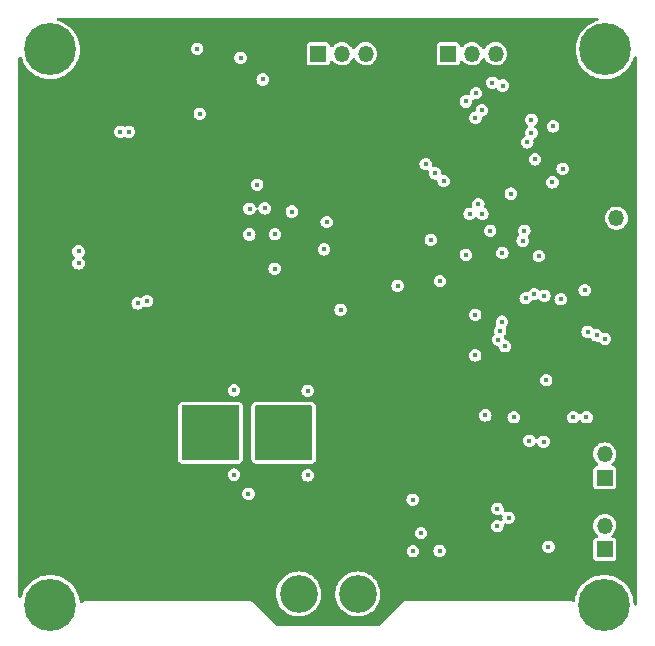
<source format=gbr>
%TF.GenerationSoftware,KiCad,Pcbnew,(6.0.0)*%
%TF.CreationDate,2022-03-25T21:19:08+08:00*%
%TF.ProjectId,WirelessPowerP40_Transmitter,57697265-6c65-4737-9350-6f7765725034,rev?*%
%TF.SameCoordinates,Original*%
%TF.FileFunction,Copper,L4,Bot*%
%TF.FilePolarity,Positive*%
%FSLAX46Y46*%
G04 Gerber Fmt 4.6, Leading zero omitted, Abs format (unit mm)*
G04 Created by KiCad (PCBNEW (6.0.0)) date 2022-03-25 21:19:08*
%MOMM*%
%LPD*%
G01*
G04 APERTURE LIST*
%TA.AperFunction,ComponentPad*%
%ADD10R,1.350000X1.350000*%
%TD*%
%TA.AperFunction,ComponentPad*%
%ADD11O,1.350000X1.350000*%
%TD*%
%TA.AperFunction,ComponentPad*%
%ADD12C,0.700000*%
%TD*%
%TA.AperFunction,ComponentPad*%
%ADD13C,4.400000*%
%TD*%
%TA.AperFunction,ComponentPad*%
%ADD14C,3.200000*%
%TD*%
%TA.AperFunction,ComponentPad*%
%ADD15O,1.600000X1.000000*%
%TD*%
%TA.AperFunction,ViaPad*%
%ADD16C,0.450000*%
%TD*%
G04 APERTURE END LIST*
D10*
%TO.P,J3,1,Pin_1*%
%TO.N,+3V3*%
X134510000Y-71860000D03*
D11*
%TO.P,J3,2,Pin_2*%
%TO.N,Net-(J3-Pad2)*%
X136510000Y-71860000D03*
%TO.P,J3,3,Pin_3*%
%TO.N,Net-(J3-Pad3)*%
X138510000Y-71860000D03*
%TO.P,J3,4,Pin_4*%
%TO.N,GND*%
X140510000Y-71860000D03*
%TD*%
D12*
%TO.P,H3,1,Pin_1*%
%TO.N,unconnected-(H3-Pad1)*%
X111800000Y-116850000D03*
X111800000Y-120150000D03*
X112966726Y-119666726D03*
X110633274Y-117333274D03*
D13*
X111800000Y-118500000D03*
D12*
X110633274Y-119666726D03*
X112966726Y-117333274D03*
X110150000Y-118500000D03*
X113450000Y-118500000D03*
%TD*%
D10*
%TO.P,J6,1,Pin_1*%
%TO.N,Net-(J6-Pad1)*%
X158760000Y-107750000D03*
D11*
%TO.P,J6,2,Pin_2*%
%TO.N,+5V*%
X158760000Y-105750000D03*
%TD*%
D10*
%TO.P,J4,1,Pin_1*%
%TO.N,GND*%
X159740000Y-87780000D03*
D11*
%TO.P,J4,2,Pin_2*%
%TO.N,TEMP*%
X159740000Y-85780000D03*
%TD*%
D12*
%TO.P,H1,1,Pin_1*%
%TO.N,unconnected-(H1-Pad1)*%
X157633274Y-72666726D03*
X158800000Y-69850000D03*
X157633274Y-70333274D03*
D13*
X158800000Y-71500000D03*
D12*
X159966726Y-70333274D03*
X157150000Y-71500000D03*
X158800000Y-73150000D03*
X159966726Y-72666726D03*
X160450000Y-71500000D03*
%TD*%
%TO.P,H2,1,Pin_1*%
%TO.N,unconnected-(H2-Pad1)*%
X157533274Y-119666726D03*
X158700000Y-120150000D03*
X160350000Y-118500000D03*
X159866726Y-117333274D03*
X157050000Y-118500000D03*
D13*
X158700000Y-118500000D03*
D12*
X157533274Y-117333274D03*
X159866726Y-119666726D03*
X158700000Y-116850000D03*
%TD*%
D14*
%TO.P,J5,1,Pin_1*%
%TO.N,COIL-*%
X132840000Y-117595000D03*
%TO.P,J5,2,Pin_2*%
%TO.N,Net-(C36-Pad2)*%
X137840000Y-117595000D03*
%TD*%
D10*
%TO.P,J7,1,Pin_1*%
%TO.N,Net-(J6-Pad1)*%
X158760000Y-113810000D03*
D11*
%TO.P,J7,2,Pin_2*%
%TO.N,+5V*%
X158760000Y-111810000D03*
%TD*%
D10*
%TO.P,J2,1,Pin_1*%
%TO.N,+3V3*%
X145510000Y-71860000D03*
D11*
%TO.P,J2,2,Pin_2*%
%TO.N,Net-(J2-Pad2)*%
X147510000Y-71860000D03*
%TO.P,J2,3,Pin_3*%
%TO.N,Net-(J2-Pad3)*%
X149510000Y-71860000D03*
%TO.P,J2,4,Pin_4*%
%TO.N,GND*%
X151510000Y-71860000D03*
%TD*%
D15*
%TO.P,J1,S1,SHIELD*%
%TO.N,GND*%
X115100000Y-84780000D03*
%TO.P,J1,S2,SHIELD*%
X115100000Y-93420000D03*
%TO.P,J1,S3,SHIELD*%
X111300000Y-84780000D03*
%TO.P,J1,S4,SHIELD*%
X111300000Y-93420000D03*
%TD*%
D12*
%TO.P,H4,1,Pin_1*%
%TO.N,unconnected-(H4-Pad1)*%
X110633274Y-72666726D03*
D13*
X111800000Y-71500000D03*
D12*
X110633274Y-70333274D03*
X110150000Y-71500000D03*
X113450000Y-71500000D03*
X112966726Y-72666726D03*
X111800000Y-69850000D03*
X111800000Y-73150000D03*
X112966726Y-70333274D03*
%TD*%
D16*
%TO.N,DC_I+*%
X127919256Y-72197436D03*
X124470000Y-76930000D03*
X124244257Y-71442437D03*
%TO.N,GND*%
X109510000Y-113740000D03*
X149190000Y-81990000D03*
X149190000Y-81300000D03*
X136660000Y-69190000D03*
X109600000Y-91000000D03*
X109600000Y-87000000D03*
X109510000Y-108740000D03*
X109510000Y-109740000D03*
X149850000Y-81990000D03*
X147790000Y-79199998D03*
X116660000Y-69190000D03*
X147660000Y-69190000D03*
X149190000Y-80599998D03*
X153290000Y-95690000D03*
X161110000Y-79740000D03*
X146770000Y-92140000D03*
X143910000Y-117740000D03*
X115660000Y-117740000D03*
X161110000Y-105740000D03*
X161110000Y-111740000D03*
X122660000Y-69190000D03*
X161110000Y-115740000D03*
X110310000Y-79100000D03*
X110310000Y-114240000D03*
X161110000Y-85740000D03*
X142330000Y-103860000D03*
X131700001Y-107490000D03*
X110400000Y-90500000D03*
X110310000Y-101240000D03*
X125660000Y-69190000D03*
X161110000Y-77740000D03*
X128020000Y-82950000D03*
X140970000Y-118440000D03*
X153660000Y-69190000D03*
X110310000Y-105240000D03*
X128660000Y-69190000D03*
X145900000Y-91150000D03*
X142280000Y-76520000D03*
X161110000Y-94740000D03*
X151660000Y-69190000D03*
X110310000Y-103240000D03*
X161110000Y-96740000D03*
X148490000Y-80599999D03*
X109510000Y-112740000D03*
X161110000Y-78740000D03*
X109510000Y-107740000D03*
X109510000Y-98740000D03*
X109510000Y-83600000D03*
X117660000Y-117740000D03*
X152590000Y-94990000D03*
X137660000Y-69190000D03*
X124825001Y-107490000D03*
X110310000Y-78100000D03*
X109510000Y-81600000D03*
X161110000Y-102740000D03*
X141850000Y-80550000D03*
X161110000Y-76740000D03*
X110310000Y-109240000D03*
X109510000Y-104740000D03*
X110310000Y-107240000D03*
X133660000Y-69190000D03*
X110310000Y-115240000D03*
X138660000Y-69190000D03*
X109510000Y-79600000D03*
X109510000Y-73600000D03*
X147315000Y-111400000D03*
X129670000Y-118440000D03*
X109510000Y-99740000D03*
X154690000Y-97090000D03*
X132335001Y-107490000D03*
X124240000Y-83400000D03*
X154660000Y-69190000D03*
X125710000Y-83400000D03*
X149850000Y-79900000D03*
X161110000Y-82740000D03*
X153290000Y-94990000D03*
X139570000Y-119840000D03*
X113660000Y-69190000D03*
X151440000Y-92060000D03*
X154690000Y-95690001D03*
X123660000Y-117740000D03*
X131070000Y-119840000D03*
X152910000Y-117740000D03*
X123660000Y-69190000D03*
X109510000Y-94740000D03*
X140660000Y-69190000D03*
X153990000Y-97090000D03*
X124990000Y-73540000D03*
X124990000Y-74520000D03*
X156660000Y-69190000D03*
X137330000Y-98100000D03*
X146770000Y-91150000D03*
X161110000Y-114740000D03*
X109510000Y-110740000D03*
X124494258Y-74027436D03*
X127620000Y-79590000D03*
X138030000Y-98100000D03*
X137510000Y-86120000D03*
X147790000Y-79900000D03*
X109510000Y-75600000D03*
X154690000Y-96390000D03*
X123680000Y-83400000D03*
X124190001Y-107490000D03*
X110310000Y-111240000D03*
X109510000Y-101740000D03*
X161110000Y-101740000D03*
X155910000Y-117740000D03*
X110310000Y-81100000D03*
X150660000Y-69190000D03*
X110310000Y-97240000D03*
X109510000Y-80600000D03*
X161110000Y-116740000D03*
X130430001Y-107490000D03*
X147790000Y-81300000D03*
X161110000Y-113740000D03*
X139660000Y-69190000D03*
X161110000Y-74740000D03*
X126270000Y-83390000D03*
X120660000Y-69190000D03*
X110310000Y-74100000D03*
X124020000Y-74520000D03*
X134170000Y-119840000D03*
X133920000Y-84590000D03*
X141660000Y-69190000D03*
X146860000Y-111830000D03*
X146910000Y-117740000D03*
X153290000Y-96390000D03*
X122660000Y-117740000D03*
X110310000Y-108240000D03*
X161110000Y-99740000D03*
X161110000Y-112740000D03*
X147770000Y-110950000D03*
X148490000Y-79899999D03*
X110400000Y-91500000D03*
X109510000Y-76600000D03*
X143660000Y-69190000D03*
X110400000Y-88500000D03*
X109510000Y-102740000D03*
X153910000Y-117740000D03*
X110310000Y-104240000D03*
X152590000Y-95690000D03*
X147089999Y-81989997D03*
X116660000Y-117740000D03*
X142330000Y-104590000D03*
X155490000Y-88490000D03*
X109600000Y-88000000D03*
X146660000Y-69190000D03*
X149849999Y-79199998D03*
X161110000Y-90740000D03*
X110400000Y-87500000D03*
X161110000Y-88740000D03*
X161110000Y-87740000D03*
X134660000Y-69190000D03*
X148490000Y-79199999D03*
X146860000Y-110950000D03*
X109600000Y-89000000D03*
X119660000Y-117740000D03*
X141910000Y-117740000D03*
X109600000Y-86000000D03*
X161110000Y-106740000D03*
X126660000Y-117740000D03*
X142910000Y-117740000D03*
X150910000Y-117740000D03*
X161110000Y-73740000D03*
X132170000Y-119840000D03*
X109510000Y-114740000D03*
X129795001Y-107490000D03*
X161110000Y-97740000D03*
X123555001Y-107490000D03*
X130660000Y-69190000D03*
X129919256Y-72197435D03*
X110400000Y-86500000D03*
X149660000Y-69190000D03*
X109510000Y-74600000D03*
X161110000Y-92740000D03*
X138570000Y-119840000D03*
X110310000Y-112240001D03*
X143920000Y-93670000D03*
X148660000Y-69190000D03*
X124660000Y-69190000D03*
X161110000Y-100740000D03*
X128660000Y-117740000D03*
X148490000Y-81989999D03*
X161110000Y-84740000D03*
X125660000Y-117740000D03*
X109510000Y-97740000D03*
X147790000Y-81990000D03*
X110310000Y-110240000D03*
X161110000Y-98740000D03*
X136370000Y-119840000D03*
X145910000Y-117740000D03*
X149850000Y-80599998D03*
X161110000Y-86740000D03*
X142370000Y-92600000D03*
X144660000Y-69190000D03*
X145660000Y-69190000D03*
X109510000Y-106740000D03*
X147910000Y-117740000D03*
X161110000Y-108740000D03*
X148490000Y-81299999D03*
X149190000Y-79900000D03*
X114660000Y-69190000D03*
X109510000Y-103740000D03*
X136340000Y-92050000D03*
X110310000Y-95240000D03*
X161110000Y-109740000D03*
X145900000Y-92140000D03*
X109510000Y-82600000D03*
X161110000Y-110740000D03*
X161110000Y-89740000D03*
X110310000Y-100240000D03*
X109600000Y-90000000D03*
X152590000Y-96390000D03*
X131660000Y-69190000D03*
X161110000Y-107740000D03*
X154690000Y-94990000D03*
X151910000Y-117740000D03*
X110310000Y-82100000D03*
X154910000Y-117740000D03*
X121660000Y-117740000D03*
X110310000Y-77100000D03*
X153290001Y-97090000D03*
X161110000Y-104740000D03*
X110400000Y-89500000D03*
X110310000Y-106240000D03*
X109510000Y-77600000D03*
X131065001Y-107490000D03*
X126660000Y-69190000D03*
X153830000Y-102610000D03*
X138740000Y-98100000D03*
X121520000Y-79630000D03*
X144910000Y-117740000D03*
X152590000Y-97090000D03*
X147089999Y-81299997D03*
X132660000Y-69190000D03*
X118660000Y-69190000D03*
X117660000Y-69190000D03*
X135660000Y-69190000D03*
X136600000Y-98100000D03*
X110310000Y-76100000D03*
X140030000Y-86130000D03*
X147090000Y-80599999D03*
X110310000Y-99240000D03*
X153990000Y-95690000D03*
X109510000Y-105740000D03*
X110310000Y-75100000D03*
X109510000Y-95740000D03*
X140270000Y-119140000D03*
X155660000Y-69190000D03*
X152660000Y-69190000D03*
X129660000Y-69190000D03*
X109510000Y-115740000D03*
X124020000Y-73530000D03*
X115660000Y-69190000D03*
X135270000Y-119840000D03*
X127660000Y-69190000D03*
X129969256Y-75667435D03*
X109510000Y-116740000D03*
X161110000Y-83740000D03*
X109510000Y-100740000D03*
X147089999Y-79199999D03*
X161110000Y-75740000D03*
X155430000Y-84680000D03*
X130370000Y-119140000D03*
X142660000Y-69190000D03*
X149850000Y-81300000D03*
X109600000Y-92000000D03*
X161110000Y-103740000D03*
X147770000Y-111830000D03*
X161110000Y-81740000D03*
X153990000Y-94990000D03*
X110310000Y-98240000D03*
X147090000Y-79899999D03*
X110310000Y-96240000D03*
X161110000Y-93740000D03*
X161110000Y-95740000D03*
X147789999Y-80599998D03*
X161110000Y-80740000D03*
X139370000Y-92240000D03*
X124660000Y-117740000D03*
X137470000Y-119840000D03*
X153990000Y-96390000D03*
X110310000Y-80100000D03*
X109510000Y-96740000D03*
X120660000Y-117740000D03*
X114660000Y-117740000D03*
X110310000Y-113239999D03*
X133170000Y-119840000D03*
X121660000Y-69190000D03*
X118660000Y-117740000D03*
X119660000Y-69190000D03*
X161110000Y-91740000D03*
X109510000Y-111740000D03*
X149910000Y-117740000D03*
X125460001Y-107490000D03*
X109510000Y-78600000D03*
X149189999Y-79199998D03*
X127660000Y-117740000D03*
X148910000Y-117740000D03*
X110310000Y-83100000D03*
X110310000Y-102240000D03*
X126095001Y-107490000D03*
%TO.N,COIL-*%
X134990000Y-88420000D03*
%TO.N,Net-(C3-Pad1)*%
X128670000Y-87160000D03*
X130810000Y-90050000D03*
%TO.N,VDDA*%
X129975000Y-84950000D03*
X150080000Y-88720000D03*
X144030000Y-87620000D03*
X154330000Y-82740000D03*
%TO.N,Net-(C13-Pad1)*%
X128680000Y-84970000D03*
X130830000Y-87140000D03*
%TO.N,DC_FBI*%
X148050000Y-84590000D03*
X132260000Y-85220000D03*
%TO.N,AC_PEAK*%
X148400000Y-85420000D03*
X136400000Y-93530000D03*
%TO.N,DC_FBV*%
X147310000Y-85400000D03*
X135210000Y-86110000D03*
%TO.N,+5V*%
X117740000Y-78470000D03*
X118480000Y-78470000D03*
X153800000Y-99500000D03*
X155030000Y-92640000D03*
X144770000Y-113950000D03*
X142520000Y-113970000D03*
X142490000Y-109610000D03*
X149670000Y-110390000D03*
X129789257Y-74037435D03*
X149670000Y-111860000D03*
%TO.N,AC_AMPL*%
X150810000Y-83700000D03*
X150050000Y-94550000D03*
%TO.N,CB*%
X147780000Y-97400000D03*
X147780000Y-93950000D03*
%TO.N,+3V3*%
X141220000Y-91500000D03*
X155200000Y-81590000D03*
X153170000Y-88990000D03*
X143600000Y-81200000D03*
X154390000Y-78000000D03*
%TO.N,AC_PHASE*%
X151940000Y-86830000D03*
X157060000Y-91870000D03*
%TO.N,Net-(C36-Pad2)*%
X133100000Y-105120000D03*
X131000000Y-104420000D03*
X132400000Y-105120000D03*
X131700000Y-104420000D03*
X133100000Y-104420000D03*
X132400000Y-104420000D03*
X131000000Y-105120000D03*
X131000000Y-103720000D03*
X131700000Y-105120000D03*
X130300000Y-104420000D03*
X130300000Y-105120000D03*
X133100000Y-103720000D03*
X130300000Y-103720000D03*
X132400000Y-103720000D03*
X148650000Y-102470000D03*
X131700000Y-103720000D03*
%TO.N,Net-(C37-Pad2)*%
X125420000Y-103720000D03*
X126120000Y-105120000D03*
X124020000Y-103720000D03*
X126120000Y-103720000D03*
X124020000Y-105120000D03*
X126820000Y-103720000D03*
X126820000Y-104420000D03*
X125420000Y-104420000D03*
X126120000Y-104420000D03*
X124720000Y-104420000D03*
X126820000Y-105120000D03*
X124020000Y-104420000D03*
X124720000Y-103720000D03*
X125420000Y-105120000D03*
X124720000Y-105120000D03*
X157210000Y-102630000D03*
%TO.N,AC_V*%
X151810000Y-87700000D03*
X152770000Y-92210000D03*
%TO.N,Net-(R26-Pad2)*%
X133610000Y-107550000D03*
X152380000Y-104610000D03*
%TO.N,Net-(R29-Pad2)*%
X127365001Y-107490000D03*
X153580000Y-104700000D03*
%TO.N,AC_GAIN*%
X147000000Y-88890000D03*
X149900000Y-95310000D03*
X149050000Y-86850000D03*
%TO.N,DIV_EN*%
X144800000Y-91100000D03*
X152855000Y-80800000D03*
%TO.N,DRV_EN*%
X150300000Y-96620000D03*
X129330000Y-82940000D03*
X152200000Y-79360000D03*
%TO.N,PWM1_L*%
X149250000Y-74300000D03*
X158770000Y-96000000D03*
%TO.N,PWM1_H*%
X158060000Y-95700000D03*
X150100000Y-74550000D03*
%TO.N,PWM2_L*%
X147850000Y-75200000D03*
X157300000Y-95400000D03*
%TO.N,PWM2_H*%
X147000000Y-75900000D03*
X153650000Y-92360000D03*
%TO.N,SYNC1*%
X152060000Y-92550000D03*
X148350000Y-76650000D03*
%TO.N,SYNC2*%
X147810000Y-77280000D03*
X149750000Y-96060000D03*
%TO.N,Net-(R24-Pad2)*%
X151050000Y-102630000D03*
X133610000Y-100390000D03*
%TO.N,Net-(R27-Pad2)*%
X127370000Y-100350000D03*
X156090000Y-102630000D03*
%TO.N,Net-(J2-Pad2)*%
X152550000Y-78550000D03*
%TO.N,Net-(J2-Pad3)*%
X152550000Y-77450000D03*
%TO.N,Net-(J3-Pad2)*%
X144400000Y-81990000D03*
%TO.N,Net-(J3-Pad3)*%
X145110000Y-82630000D03*
%TO.N,Net-(NCP15XW153J03RC1-Pad1)*%
X128590000Y-109120000D03*
X143197342Y-112432658D03*
%TO.N,Net-(U8-Pad7)*%
X153990000Y-113600000D03*
X150620000Y-111140000D03*
%TO.N,CC1*%
X114200000Y-88600000D03*
X120000000Y-92800000D03*
%TO.N,CC2*%
X114200000Y-89600000D03*
X119200000Y-93000000D03*
%TD*%
%TA.AperFunction,Conductor*%
%TO.N,GND*%
G36*
X158081656Y-68800000D02*
G01*
X158156156Y-68819962D01*
X158210694Y-68874500D01*
X158230656Y-68949000D01*
X158210694Y-69023500D01*
X158156156Y-69078038D01*
X158118711Y-69093319D01*
X158030304Y-69116018D01*
X158030302Y-69116019D01*
X158025775Y-69117181D01*
X157733234Y-69233006D01*
X157457516Y-69384584D01*
X157453737Y-69387329D01*
X157453730Y-69387334D01*
X157206755Y-69566772D01*
X157202970Y-69569522D01*
X157199559Y-69572725D01*
X157199558Y-69572726D01*
X157180299Y-69590812D01*
X156973610Y-69784906D01*
X156970622Y-69788517D01*
X156970619Y-69788521D01*
X156776038Y-70023728D01*
X156776033Y-70023734D01*
X156773053Y-70027337D01*
X156770550Y-70031281D01*
X156770545Y-70031288D01*
X156626945Y-70257566D01*
X156604463Y-70292993D01*
X156470497Y-70577685D01*
X156373269Y-70876921D01*
X156372392Y-70881517D01*
X156372391Y-70881522D01*
X156336886Y-71067646D01*
X156314312Y-71185985D01*
X156314019Y-71190646D01*
X156314018Y-71190652D01*
X156297568Y-71452121D01*
X156294556Y-71500000D01*
X156294850Y-71504673D01*
X156309930Y-71744357D01*
X156314312Y-71814015D01*
X156315188Y-71818607D01*
X156367675Y-72093753D01*
X156373269Y-72123079D01*
X156470497Y-72422315D01*
X156472492Y-72426555D01*
X156472495Y-72426562D01*
X156502968Y-72491319D01*
X156604463Y-72707007D01*
X156616641Y-72726196D01*
X156770545Y-72968712D01*
X156770550Y-72968719D01*
X156773053Y-72972663D01*
X156776033Y-72976266D01*
X156776038Y-72976272D01*
X156970619Y-73211479D01*
X156973610Y-73215094D01*
X157202970Y-73430478D01*
X157206755Y-73433228D01*
X157453730Y-73612666D01*
X157453737Y-73612671D01*
X157457516Y-73615416D01*
X157632778Y-73711768D01*
X157729007Y-73764670D01*
X157733234Y-73766994D01*
X158025775Y-73882819D01*
X158030302Y-73883981D01*
X158030304Y-73883982D01*
X158167715Y-73919263D01*
X158330527Y-73961066D01*
X158511074Y-73983874D01*
X158638033Y-73999913D01*
X158638038Y-73999913D01*
X158642682Y-74000500D01*
X158957318Y-74000500D01*
X158961962Y-73999913D01*
X158961967Y-73999913D01*
X159088926Y-73983874D01*
X159269473Y-73961066D01*
X159432285Y-73919263D01*
X159569696Y-73883982D01*
X159569698Y-73883981D01*
X159574225Y-73882819D01*
X159866766Y-73766994D01*
X159870994Y-73764670D01*
X159967222Y-73711768D01*
X160142484Y-73615416D01*
X160146263Y-73612671D01*
X160146270Y-73612666D01*
X160393245Y-73433228D01*
X160397030Y-73430478D01*
X160626390Y-73215094D01*
X160629381Y-73211479D01*
X160823962Y-72976272D01*
X160823967Y-72976266D01*
X160826947Y-72972663D01*
X160829450Y-72968719D01*
X160829455Y-72968712D01*
X160983359Y-72726196D01*
X160995537Y-72707007D01*
X161097032Y-72491319D01*
X161127505Y-72426562D01*
X161127508Y-72426555D01*
X161129503Y-72422315D01*
X161209293Y-72176747D01*
X161251300Y-72112062D01*
X161320021Y-72077047D01*
X161397044Y-72081084D01*
X161461729Y-72123091D01*
X161496744Y-72191812D01*
X161500000Y-72222791D01*
X161500000Y-118440576D01*
X161480038Y-118515076D01*
X161425500Y-118569614D01*
X161351000Y-118589576D01*
X161276500Y-118569614D01*
X161221962Y-118515076D01*
X161202294Y-118449932D01*
X161185982Y-118190652D01*
X161185981Y-118190646D01*
X161185688Y-118185985D01*
X161162353Y-118063656D01*
X161127609Y-117881522D01*
X161127608Y-117881517D01*
X161126731Y-117876921D01*
X161029503Y-117577685D01*
X161007019Y-117529903D01*
X160897532Y-117297233D01*
X160895537Y-117292993D01*
X160873055Y-117257566D01*
X160729455Y-117031288D01*
X160729450Y-117031281D01*
X160726947Y-117027337D01*
X160723967Y-117023734D01*
X160723962Y-117023728D01*
X160529381Y-116788521D01*
X160529378Y-116788517D01*
X160526390Y-116784906D01*
X160301863Y-116574060D01*
X160300442Y-116572726D01*
X160300441Y-116572725D01*
X160297030Y-116569522D01*
X160293245Y-116566772D01*
X160046270Y-116387334D01*
X160046263Y-116387329D01*
X160042484Y-116384584D01*
X159766766Y-116233006D01*
X159474225Y-116117181D01*
X159469698Y-116116019D01*
X159469696Y-116116018D01*
X159321849Y-116078058D01*
X159169473Y-116038934D01*
X158988926Y-116016126D01*
X158861967Y-116000087D01*
X158861962Y-116000087D01*
X158857318Y-115999500D01*
X158542682Y-115999500D01*
X158538038Y-116000087D01*
X158538033Y-116000087D01*
X158411074Y-116016126D01*
X158230527Y-116038934D01*
X158078151Y-116078058D01*
X157930304Y-116116018D01*
X157930302Y-116116019D01*
X157925775Y-116117181D01*
X157633234Y-116233006D01*
X157357516Y-116384584D01*
X157353737Y-116387329D01*
X157353730Y-116387334D01*
X157106755Y-116566772D01*
X157102970Y-116569522D01*
X157099559Y-116572725D01*
X157099558Y-116572726D01*
X157098138Y-116574060D01*
X156873610Y-116784906D01*
X156870622Y-116788517D01*
X156870619Y-116788521D01*
X156676038Y-117023728D01*
X156676033Y-117023734D01*
X156673053Y-117027337D01*
X156670550Y-117031281D01*
X156670545Y-117031288D01*
X156526945Y-117257566D01*
X156504463Y-117292993D01*
X156502468Y-117297233D01*
X156392982Y-117529903D01*
X156370497Y-117577685D01*
X156273269Y-117876921D01*
X156272392Y-117881517D01*
X156272391Y-117881522D01*
X156217876Y-118167300D01*
X156184307Y-118236740D01*
X156120516Y-118280092D01*
X156043595Y-118285741D01*
X155986102Y-118256665D01*
X155984794Y-118258735D01*
X155973164Y-118251383D01*
X155963081Y-118242029D01*
X155955830Y-118239136D01*
X155952312Y-118236184D01*
X155942378Y-118232568D01*
X155942373Y-118232566D01*
X155910192Y-118220854D01*
X155905982Y-118219248D01*
X155859278Y-118200615D01*
X155853005Y-118200000D01*
X141951299Y-118200000D01*
X141949877Y-118199896D01*
X141944583Y-118198078D01*
X141931708Y-118198561D01*
X141931704Y-118198561D01*
X141896176Y-118199895D01*
X141890587Y-118200000D01*
X141872095Y-118200000D01*
X141867109Y-118200929D01*
X141865010Y-118201065D01*
X141846653Y-118201754D01*
X141832904Y-118202270D01*
X141820263Y-118207701D01*
X141811774Y-118209614D01*
X141803658Y-118212746D01*
X141790130Y-118215265D01*
X141770621Y-118227291D01*
X141751274Y-118237341D01*
X141730220Y-118246386D01*
X141725349Y-118250387D01*
X141722772Y-118252964D01*
X141720075Y-118255409D01*
X141719648Y-118254938D01*
X141716718Y-118257254D01*
X141716895Y-118257449D01*
X141706702Y-118266691D01*
X141694993Y-118273909D01*
X141686667Y-118284858D01*
X141679412Y-118294399D01*
X141666167Y-118309569D01*
X139719377Y-120256359D01*
X139652582Y-120294923D01*
X139614018Y-120300000D01*
X130985982Y-120300000D01*
X130911482Y-120280038D01*
X130880623Y-120256359D01*
X128948407Y-118324143D01*
X128947476Y-118323064D01*
X128945017Y-118318034D01*
X128909502Y-118285089D01*
X128905475Y-118281211D01*
X128892400Y-118268136D01*
X128888218Y-118265268D01*
X128886648Y-118263889D01*
X128873168Y-118251384D01*
X128873167Y-118251383D01*
X128863083Y-118242029D01*
X128850306Y-118236932D01*
X128842946Y-118232279D01*
X128834991Y-118228754D01*
X128823648Y-118220972D01*
X128810263Y-118217796D01*
X128810261Y-118217795D01*
X128801362Y-118215683D01*
X128780549Y-118209101D01*
X128769051Y-118204513D01*
X128769048Y-118204512D01*
X128759280Y-118200615D01*
X128753007Y-118200000D01*
X128749373Y-118200000D01*
X128745729Y-118199822D01*
X128745760Y-118199187D01*
X128742047Y-118198752D01*
X128742034Y-118199016D01*
X128728293Y-118198344D01*
X128714909Y-118195168D01*
X128689976Y-118198561D01*
X128689403Y-118198639D01*
X128669311Y-118200000D01*
X114747102Y-118200000D01*
X114732846Y-118205188D01*
X114732482Y-118205321D01*
X114708806Y-118211787D01*
X114690130Y-118215265D01*
X114678421Y-118222483D01*
X114674400Y-118224034D01*
X114667329Y-118227456D01*
X114659933Y-118231726D01*
X114647686Y-118236184D01*
X114636902Y-118245233D01*
X114632470Y-118248952D01*
X114614876Y-118261653D01*
X114606702Y-118266691D01*
X114606700Y-118266692D01*
X114594993Y-118273909D01*
X114586666Y-118284859D01*
X114583110Y-118288084D01*
X114576628Y-118295809D01*
X114566641Y-118304189D01*
X114560123Y-118315478D01*
X114551863Y-118325322D01*
X114488683Y-118369560D01*
X114411849Y-118376282D01*
X114341947Y-118343686D01*
X114297709Y-118280506D01*
X114289017Y-118238901D01*
X114288648Y-118233026D01*
X114287175Y-118209614D01*
X114285982Y-118190653D01*
X114285981Y-118190648D01*
X114285688Y-118185985D01*
X114262353Y-118063656D01*
X114227609Y-117881522D01*
X114227608Y-117881517D01*
X114226731Y-117876921D01*
X114129503Y-117577685D01*
X114109488Y-117535151D01*
X130935585Y-117535151D01*
X130946152Y-117804083D01*
X130994505Y-118068843D01*
X130996175Y-118073847D01*
X130996175Y-118073849D01*
X131072438Y-118302434D01*
X131079682Y-118324148D01*
X131199981Y-118564905D01*
X131202976Y-118569239D01*
X131202977Y-118569240D01*
X131217032Y-118589576D01*
X131353003Y-118786309D01*
X131356585Y-118790184D01*
X131532118Y-118980075D01*
X131532122Y-118980079D01*
X131535695Y-118983944D01*
X131744411Y-119153866D01*
X131974987Y-119292684D01*
X132144063Y-119364278D01*
X132208948Y-119391753D01*
X132222822Y-119397628D01*
X132227921Y-119398980D01*
X132227924Y-119398981D01*
X132405724Y-119446124D01*
X132482972Y-119466606D01*
X132750245Y-119498240D01*
X133019310Y-119491899D01*
X133167545Y-119467226D01*
X133279607Y-119448574D01*
X133279611Y-119448573D01*
X133284796Y-119447710D01*
X133443153Y-119397628D01*
X133536394Y-119368140D01*
X133536397Y-119368139D01*
X133541408Y-119366554D01*
X133546142Y-119364281D01*
X133546149Y-119364278D01*
X133700898Y-119289968D01*
X133784025Y-119250051D01*
X133788402Y-119247127D01*
X133788408Y-119247123D01*
X134003422Y-119103455D01*
X134007806Y-119100526D01*
X134208286Y-118920961D01*
X134271788Y-118845417D01*
X134378080Y-118718967D01*
X134381465Y-118714940D01*
X134523887Y-118486572D01*
X134632712Y-118240416D01*
X134679689Y-118073849D01*
X134704340Y-117986443D01*
X134704341Y-117986438D01*
X134705767Y-117981382D01*
X134721846Y-117861672D01*
X134741089Y-117718407D01*
X134741089Y-117718402D01*
X134741595Y-117714638D01*
X134745355Y-117595000D01*
X134743829Y-117573438D01*
X134741118Y-117535151D01*
X135935585Y-117535151D01*
X135946152Y-117804083D01*
X135994505Y-118068843D01*
X135996175Y-118073847D01*
X135996175Y-118073849D01*
X136072438Y-118302434D01*
X136079682Y-118324148D01*
X136199981Y-118564905D01*
X136202976Y-118569239D01*
X136202977Y-118569240D01*
X136217032Y-118589576D01*
X136353003Y-118786309D01*
X136356585Y-118790184D01*
X136532118Y-118980075D01*
X136532122Y-118980079D01*
X136535695Y-118983944D01*
X136744411Y-119153866D01*
X136974987Y-119292684D01*
X137144063Y-119364278D01*
X137208948Y-119391753D01*
X137222822Y-119397628D01*
X137227921Y-119398980D01*
X137227924Y-119398981D01*
X137405724Y-119446124D01*
X137482972Y-119466606D01*
X137750245Y-119498240D01*
X138019310Y-119491899D01*
X138167545Y-119467226D01*
X138279607Y-119448574D01*
X138279611Y-119448573D01*
X138284796Y-119447710D01*
X138443153Y-119397628D01*
X138536394Y-119368140D01*
X138536397Y-119368139D01*
X138541408Y-119366554D01*
X138546142Y-119364281D01*
X138546149Y-119364278D01*
X138700898Y-119289968D01*
X138784025Y-119250051D01*
X138788402Y-119247127D01*
X138788408Y-119247123D01*
X139003422Y-119103455D01*
X139007806Y-119100526D01*
X139208286Y-118920961D01*
X139271788Y-118845417D01*
X139378080Y-118718967D01*
X139381465Y-118714940D01*
X139523887Y-118486572D01*
X139632712Y-118240416D01*
X139679689Y-118073849D01*
X139704340Y-117986443D01*
X139704341Y-117986438D01*
X139705767Y-117981382D01*
X139721846Y-117861672D01*
X139741089Y-117718407D01*
X139741089Y-117718402D01*
X139741595Y-117714638D01*
X139745355Y-117595000D01*
X139743829Y-117573438D01*
X139726719Y-117331785D01*
X139726719Y-117331783D01*
X139726347Y-117326533D01*
X139701793Y-117212487D01*
X139670810Y-117068576D01*
X139670808Y-117068568D01*
X139669700Y-117063423D01*
X139576547Y-116810919D01*
X139448744Y-116574060D01*
X139288843Y-116357571D01*
X139248720Y-116316812D01*
X139164525Y-116231284D01*
X139100034Y-116165772D01*
X139038621Y-116118903D01*
X138890271Y-116005686D01*
X138890269Y-116005685D01*
X138886083Y-116002490D01*
X138651261Y-115870983D01*
X138593859Y-115848776D01*
X138405168Y-115775777D01*
X138405165Y-115775776D01*
X138400251Y-115773875D01*
X138138063Y-115713103D01*
X138132815Y-115712648D01*
X138132812Y-115712648D01*
X137875185Y-115690335D01*
X137875181Y-115690335D01*
X137869928Y-115689880D01*
X137601196Y-115704669D01*
X137596036Y-115705695D01*
X137596031Y-115705696D01*
X137342395Y-115756148D01*
X137342392Y-115756149D01*
X137337228Y-115757176D01*
X137083292Y-115846352D01*
X137078629Y-115848774D01*
X137078625Y-115848776D01*
X136849124Y-115967992D01*
X136849117Y-115967996D01*
X136844455Y-115970418D01*
X136625481Y-116126899D01*
X136621675Y-116130529D01*
X136621671Y-116130533D01*
X136588076Y-116162581D01*
X136430740Y-116312672D01*
X136427478Y-116316810D01*
X136427476Y-116316812D01*
X136320270Y-116452803D01*
X136264118Y-116524032D01*
X136128939Y-116756760D01*
X136027900Y-117006213D01*
X135963017Y-117267414D01*
X135962480Y-117272655D01*
X135962479Y-117272661D01*
X135947359Y-117420234D01*
X135935585Y-117535151D01*
X134741118Y-117535151D01*
X134726719Y-117331785D01*
X134726719Y-117331783D01*
X134726347Y-117326533D01*
X134701793Y-117212487D01*
X134670810Y-117068576D01*
X134670808Y-117068568D01*
X134669700Y-117063423D01*
X134576547Y-116810919D01*
X134448744Y-116574060D01*
X134288843Y-116357571D01*
X134248720Y-116316812D01*
X134164525Y-116231284D01*
X134100034Y-116165772D01*
X134038621Y-116118903D01*
X133890271Y-116005686D01*
X133890269Y-116005685D01*
X133886083Y-116002490D01*
X133651261Y-115870983D01*
X133593859Y-115848776D01*
X133405168Y-115775777D01*
X133405165Y-115775776D01*
X133400251Y-115773875D01*
X133138063Y-115713103D01*
X133132815Y-115712648D01*
X133132812Y-115712648D01*
X132875185Y-115690335D01*
X132875181Y-115690335D01*
X132869928Y-115689880D01*
X132601196Y-115704669D01*
X132596036Y-115705695D01*
X132596031Y-115705696D01*
X132342395Y-115756148D01*
X132342392Y-115756149D01*
X132337228Y-115757176D01*
X132083292Y-115846352D01*
X132078629Y-115848774D01*
X132078625Y-115848776D01*
X131849124Y-115967992D01*
X131849117Y-115967996D01*
X131844455Y-115970418D01*
X131625481Y-116126899D01*
X131621675Y-116130529D01*
X131621671Y-116130533D01*
X131588076Y-116162581D01*
X131430740Y-116312672D01*
X131427478Y-116316810D01*
X131427476Y-116316812D01*
X131320270Y-116452803D01*
X131264118Y-116524032D01*
X131128939Y-116756760D01*
X131027900Y-117006213D01*
X130963017Y-117267414D01*
X130962480Y-117272655D01*
X130962479Y-117272661D01*
X130947359Y-117420234D01*
X130935585Y-117535151D01*
X114109488Y-117535151D01*
X114107019Y-117529903D01*
X113997532Y-117297233D01*
X113995537Y-117292993D01*
X113973055Y-117257566D01*
X113829455Y-117031288D01*
X113829450Y-117031281D01*
X113826947Y-117027337D01*
X113823967Y-117023734D01*
X113823962Y-117023728D01*
X113629381Y-116788521D01*
X113629378Y-116788517D01*
X113626390Y-116784906D01*
X113401863Y-116574060D01*
X113400442Y-116572726D01*
X113400441Y-116572725D01*
X113397030Y-116569522D01*
X113393245Y-116566772D01*
X113146270Y-116387334D01*
X113146263Y-116387329D01*
X113142484Y-116384584D01*
X112866766Y-116233006D01*
X112574225Y-116117181D01*
X112569698Y-116116019D01*
X112569696Y-116116018D01*
X112421849Y-116078058D01*
X112269473Y-116038934D01*
X112088926Y-116016126D01*
X111961967Y-116000087D01*
X111961962Y-116000087D01*
X111957318Y-115999500D01*
X111642682Y-115999500D01*
X111638038Y-116000087D01*
X111638033Y-116000087D01*
X111511074Y-116016126D01*
X111330527Y-116038934D01*
X111178151Y-116078058D01*
X111030304Y-116116018D01*
X111030302Y-116116019D01*
X111025775Y-116117181D01*
X110733234Y-116233006D01*
X110457516Y-116384584D01*
X110453737Y-116387329D01*
X110453730Y-116387334D01*
X110206755Y-116566772D01*
X110202970Y-116569522D01*
X110199559Y-116572725D01*
X110199558Y-116572726D01*
X110198138Y-116574060D01*
X109973610Y-116784906D01*
X109970622Y-116788517D01*
X109970619Y-116788521D01*
X109776038Y-117023728D01*
X109776033Y-117023734D01*
X109773053Y-117027337D01*
X109770550Y-117031281D01*
X109770545Y-117031288D01*
X109626945Y-117257566D01*
X109604463Y-117292993D01*
X109602468Y-117297233D01*
X109492982Y-117529903D01*
X109470497Y-117577685D01*
X109405666Y-117777215D01*
X109390705Y-117823259D01*
X109348698Y-117887944D01*
X109279977Y-117922959D01*
X109202954Y-117918922D01*
X109138269Y-117876915D01*
X109103254Y-117808194D01*
X109099998Y-117777215D01*
X109099998Y-113970000D01*
X141989965Y-113970000D01*
X142008026Y-114107183D01*
X142011765Y-114116210D01*
X142018020Y-114131311D01*
X142060976Y-114235017D01*
X142145209Y-114344791D01*
X142254982Y-114429024D01*
X142382817Y-114481974D01*
X142520000Y-114500035D01*
X142657183Y-114481974D01*
X142785018Y-114429024D01*
X142894791Y-114344791D01*
X142979024Y-114235017D01*
X143021980Y-114131311D01*
X143028235Y-114116210D01*
X143031974Y-114107183D01*
X143050035Y-113970000D01*
X143047402Y-113950000D01*
X144239965Y-113950000D01*
X144258026Y-114087183D01*
X144310976Y-114215017D01*
X144316920Y-114222764D01*
X144316921Y-114222765D01*
X144332268Y-114242765D01*
X144395209Y-114324791D01*
X144504982Y-114409024D01*
X144632817Y-114461974D01*
X144770000Y-114480035D01*
X144907183Y-114461974D01*
X145035018Y-114409024D01*
X145144791Y-114324791D01*
X145207732Y-114242765D01*
X145223079Y-114222765D01*
X145223080Y-114222764D01*
X145229024Y-114215017D01*
X145281974Y-114087183D01*
X145300035Y-113950000D01*
X145281974Y-113812817D01*
X145229024Y-113684983D01*
X145163814Y-113600000D01*
X153459965Y-113600000D01*
X153478026Y-113737183D01*
X153530976Y-113865017D01*
X153615209Y-113974791D01*
X153724982Y-114059024D01*
X153852817Y-114111974D01*
X153990000Y-114130035D01*
X154127183Y-114111974D01*
X154255018Y-114059024D01*
X154364791Y-113974791D01*
X154449024Y-113865017D01*
X154501974Y-113737183D01*
X154520035Y-113600000D01*
X154501974Y-113462817D01*
X154492509Y-113439965D01*
X154452761Y-113344006D01*
X154449024Y-113334983D01*
X154364791Y-113225209D01*
X154255018Y-113140976D01*
X154127183Y-113088026D01*
X153990000Y-113069965D01*
X153852817Y-113088026D01*
X153724983Y-113140976D01*
X153615209Y-113225209D01*
X153530976Y-113334983D01*
X153527239Y-113344006D01*
X153487492Y-113439965D01*
X153478026Y-113462817D01*
X153459965Y-113600000D01*
X145163814Y-113600000D01*
X145144791Y-113575209D01*
X145035018Y-113490976D01*
X144907183Y-113438026D01*
X144770000Y-113419965D01*
X144632817Y-113438026D01*
X144504983Y-113490976D01*
X144497236Y-113496920D01*
X144497235Y-113496921D01*
X144471171Y-113516921D01*
X144395209Y-113575209D01*
X144310976Y-113684983D01*
X144258026Y-113812817D01*
X144239965Y-113950000D01*
X143047402Y-113950000D01*
X143031974Y-113832817D01*
X142979024Y-113704983D01*
X142963678Y-113684983D01*
X142900737Y-113602958D01*
X142894791Y-113595209D01*
X142785018Y-113510976D01*
X142657183Y-113458026D01*
X142520000Y-113439965D01*
X142382817Y-113458026D01*
X142254983Y-113510976D01*
X142145209Y-113595209D01*
X142139263Y-113602958D01*
X142076323Y-113684983D01*
X142060976Y-113704983D01*
X142008026Y-113832817D01*
X141989965Y-113970000D01*
X109099998Y-113970000D01*
X109099998Y-112432658D01*
X142667307Y-112432658D01*
X142685368Y-112569841D01*
X142738318Y-112697675D01*
X142744262Y-112705422D01*
X142744263Y-112705423D01*
X142749615Y-112712398D01*
X142822551Y-112807449D01*
X142846553Y-112825867D01*
X142913446Y-112877196D01*
X142932324Y-112891682D01*
X143060159Y-112944632D01*
X143197342Y-112962693D01*
X143334525Y-112944632D01*
X143462360Y-112891682D01*
X143481239Y-112877196D01*
X143548131Y-112825867D01*
X143572133Y-112807449D01*
X143645069Y-112712398D01*
X143650421Y-112705423D01*
X143650422Y-112705422D01*
X143656366Y-112697675D01*
X143709316Y-112569841D01*
X143727377Y-112432658D01*
X143709316Y-112295475D01*
X143656366Y-112167641D01*
X143572133Y-112057867D01*
X143504813Y-112006210D01*
X143470108Y-111979579D01*
X143470106Y-111979578D01*
X143462360Y-111973634D01*
X143334525Y-111920684D01*
X143197342Y-111902623D01*
X143060159Y-111920684D01*
X142932325Y-111973634D01*
X142924578Y-111979578D01*
X142924577Y-111979579D01*
X142889871Y-112006210D01*
X142822551Y-112057867D01*
X142738318Y-112167641D01*
X142685368Y-112295475D01*
X142667307Y-112432658D01*
X109099998Y-112432658D01*
X109099998Y-111860000D01*
X149139965Y-111860000D01*
X149158026Y-111997183D01*
X149210976Y-112125017D01*
X149295209Y-112234791D01*
X149302958Y-112240737D01*
X149386916Y-112305161D01*
X149404982Y-112319024D01*
X149532817Y-112371974D01*
X149670000Y-112390035D01*
X149807183Y-112371974D01*
X149935018Y-112319024D01*
X149953085Y-112305161D01*
X150037042Y-112240737D01*
X150044791Y-112234791D01*
X150129024Y-112125017D01*
X150181974Y-111997183D01*
X150200035Y-111860000D01*
X150191650Y-111796314D01*
X157779876Y-111796314D01*
X157783670Y-111841495D01*
X157790213Y-111919409D01*
X157795884Y-111986948D01*
X157797891Y-111993949D01*
X157797892Y-111993952D01*
X157801407Y-112006210D01*
X157848614Y-112170843D01*
X157851945Y-112177324D01*
X157851946Y-112177327D01*
X157932728Y-112334511D01*
X157932731Y-112334516D01*
X157936060Y-112340993D01*
X157940584Y-112346701D01*
X157940588Y-112346707D01*
X158016388Y-112442342D01*
X158054889Y-112490918D01*
X158060435Y-112495638D01*
X158060436Y-112495639D01*
X158150196Y-112572031D01*
X158193993Y-112635518D01*
X158200178Y-112712398D01*
X158167095Y-112782070D01*
X158103608Y-112825867D01*
X158053626Y-112834500D01*
X158040354Y-112834500D01*
X158014154Y-112837618D01*
X157911847Y-112883061D01*
X157832759Y-112962287D01*
X157787494Y-113064673D01*
X157784500Y-113090354D01*
X157784500Y-114529646D01*
X157787618Y-114555846D01*
X157833061Y-114658153D01*
X157912287Y-114737241D01*
X157924867Y-114742803D01*
X157924869Y-114742804D01*
X158004426Y-114777976D01*
X158014673Y-114782506D01*
X158029318Y-114784213D01*
X158036070Y-114785001D01*
X158036078Y-114785001D01*
X158040354Y-114785500D01*
X159479646Y-114785500D01*
X159505846Y-114782382D01*
X159608153Y-114736939D01*
X159687241Y-114657713D01*
X159732506Y-114555327D01*
X159735500Y-114529646D01*
X159735500Y-113090354D01*
X159732382Y-113064154D01*
X159686939Y-112961847D01*
X159607713Y-112882759D01*
X159595133Y-112877197D01*
X159595131Y-112877196D01*
X159515574Y-112842024D01*
X159515573Y-112842024D01*
X159505327Y-112837494D01*
X159490682Y-112835787D01*
X159483930Y-112834999D01*
X159483922Y-112834999D01*
X159479646Y-112834500D01*
X159465970Y-112834500D01*
X159391470Y-112814538D01*
X159336932Y-112760000D01*
X159316970Y-112685500D01*
X159336932Y-112611000D01*
X159374237Y-112568086D01*
X159430235Y-112524336D01*
X159430237Y-112524334D01*
X159435979Y-112519848D01*
X159465879Y-112485209D01*
X159556220Y-112380547D01*
X159556221Y-112380546D01*
X159560982Y-112375030D01*
X159564843Y-112368235D01*
X159651879Y-112215023D01*
X159651879Y-112215022D01*
X159655476Y-112208691D01*
X159715861Y-112027166D01*
X159718509Y-112006210D01*
X159739317Y-111841495D01*
X159739317Y-111841491D01*
X159739838Y-111837369D01*
X159740220Y-111810000D01*
X159721552Y-111619608D01*
X159717505Y-111606201D01*
X159668363Y-111443437D01*
X159666259Y-111436467D01*
X159576446Y-111267555D01*
X159455535Y-111119303D01*
X159308132Y-110997361D01*
X159287877Y-110986409D01*
X159146266Y-110909839D01*
X159146261Y-110909837D01*
X159139851Y-110906371D01*
X159000122Y-110863118D01*
X158964060Y-110851955D01*
X158964059Y-110851955D01*
X158957101Y-110849801D01*
X158949859Y-110849040D01*
X158949855Y-110849039D01*
X158774084Y-110830565D01*
X158774083Y-110830565D01*
X158766843Y-110829804D01*
X158576325Y-110847142D01*
X158392803Y-110901156D01*
X158223268Y-110989787D01*
X158217587Y-110994355D01*
X158217585Y-110994356D01*
X158095397Y-111092598D01*
X158074176Y-111109660D01*
X157951207Y-111256208D01*
X157859045Y-111423850D01*
X157856842Y-111430794D01*
X157856841Y-111430797D01*
X157803477Y-111599024D01*
X157801200Y-111606201D01*
X157800388Y-111613444D01*
X157800387Y-111613447D01*
X157798049Y-111634298D01*
X157779876Y-111796314D01*
X150191650Y-111796314D01*
X150188443Y-111771955D01*
X150198509Y-111695488D01*
X150245462Y-111634298D01*
X150316718Y-111604782D01*
X150393184Y-111614848D01*
X150482817Y-111651974D01*
X150620000Y-111670035D01*
X150757183Y-111651974D01*
X150885018Y-111599024D01*
X150994791Y-111514791D01*
X151049543Y-111443437D01*
X151073079Y-111412765D01*
X151073080Y-111412764D01*
X151079024Y-111405017D01*
X151131974Y-111277183D01*
X151150035Y-111140000D01*
X151131974Y-111002817D01*
X151079024Y-110874983D01*
X151061973Y-110852761D01*
X151000737Y-110772958D01*
X150994791Y-110765209D01*
X150885018Y-110680976D01*
X150757183Y-110628026D01*
X150620000Y-110609965D01*
X150482817Y-110628026D01*
X150389009Y-110666882D01*
X150312542Y-110676949D01*
X150241285Y-110647434D01*
X150194333Y-110586244D01*
X150184266Y-110509775D01*
X150198760Y-110399684D01*
X150200035Y-110390000D01*
X150181974Y-110252817D01*
X150129024Y-110124983D01*
X150088953Y-110072761D01*
X150050737Y-110022958D01*
X150044791Y-110015209D01*
X149935018Y-109930976D01*
X149807183Y-109878026D01*
X149670000Y-109859965D01*
X149532817Y-109878026D01*
X149404983Y-109930976D01*
X149295209Y-110015209D01*
X149289263Y-110022958D01*
X149251048Y-110072761D01*
X149210976Y-110124983D01*
X149158026Y-110252817D01*
X149139965Y-110390000D01*
X149158026Y-110527183D01*
X149210976Y-110655017D01*
X149216920Y-110662764D01*
X149216921Y-110662765D01*
X149230895Y-110680976D01*
X149295209Y-110764791D01*
X149404982Y-110849024D01*
X149532817Y-110901974D01*
X149670000Y-110920035D01*
X149807183Y-110901974D01*
X149900992Y-110863118D01*
X149977459Y-110853052D01*
X150048716Y-110882568D01*
X150095668Y-110943759D01*
X150105734Y-111020226D01*
X150089965Y-111140000D01*
X150101557Y-111228045D01*
X150091491Y-111304512D01*
X150044538Y-111365702D01*
X149973282Y-111395218D01*
X149896816Y-111385152D01*
X149807183Y-111348026D01*
X149670000Y-111329965D01*
X149532817Y-111348026D01*
X149404983Y-111400976D01*
X149397236Y-111406920D01*
X149397235Y-111406921D01*
X149358730Y-111436467D01*
X149295209Y-111485209D01*
X149210976Y-111594983D01*
X149158026Y-111722817D01*
X149139965Y-111860000D01*
X109099998Y-111860000D01*
X109099999Y-109120000D01*
X128059965Y-109120000D01*
X128078026Y-109257183D01*
X128130976Y-109385017D01*
X128215209Y-109494791D01*
X128324982Y-109579024D01*
X128452817Y-109631974D01*
X128590000Y-109650035D01*
X128727183Y-109631974D01*
X128780234Y-109610000D01*
X141959965Y-109610000D01*
X141978026Y-109747183D01*
X142030976Y-109875017D01*
X142036920Y-109882764D01*
X142036921Y-109882765D01*
X142073915Y-109930976D01*
X142115209Y-109984791D01*
X142224982Y-110069024D01*
X142352817Y-110121974D01*
X142490000Y-110140035D01*
X142627183Y-110121974D01*
X142755018Y-110069024D01*
X142864791Y-109984791D01*
X142906085Y-109930976D01*
X142943079Y-109882765D01*
X142943080Y-109882764D01*
X142949024Y-109875017D01*
X143001974Y-109747183D01*
X143020035Y-109610000D01*
X143001974Y-109472817D01*
X142949024Y-109344983D01*
X142864791Y-109235209D01*
X142755018Y-109150976D01*
X142627183Y-109098026D01*
X142490000Y-109079965D01*
X142352817Y-109098026D01*
X142224983Y-109150976D01*
X142115209Y-109235209D01*
X142030976Y-109344983D01*
X141978026Y-109472817D01*
X141959965Y-109610000D01*
X128780234Y-109610000D01*
X128855018Y-109579024D01*
X128964791Y-109494791D01*
X129049024Y-109385017D01*
X129101974Y-109257183D01*
X129120035Y-109120000D01*
X129101974Y-108982817D01*
X129049024Y-108854983D01*
X128964791Y-108745209D01*
X128929127Y-108717843D01*
X128862766Y-108666921D01*
X128862764Y-108666920D01*
X128855018Y-108660976D01*
X128727183Y-108608026D01*
X128590000Y-108589965D01*
X128452817Y-108608026D01*
X128324983Y-108660976D01*
X128317236Y-108666920D01*
X128317235Y-108666921D01*
X128244958Y-108722382D01*
X128215209Y-108745209D01*
X128130976Y-108854983D01*
X128078026Y-108982817D01*
X128059965Y-109120000D01*
X109099999Y-109120000D01*
X109099999Y-107490000D01*
X126834966Y-107490000D01*
X126853027Y-107627183D01*
X126905977Y-107755017D01*
X126990210Y-107864791D01*
X127099983Y-107949024D01*
X127227818Y-108001974D01*
X127365001Y-108020035D01*
X127502184Y-108001974D01*
X127630019Y-107949024D01*
X127739792Y-107864791D01*
X127824025Y-107755017D01*
X127876975Y-107627183D01*
X127887137Y-107550000D01*
X133079965Y-107550000D01*
X133098026Y-107687183D01*
X133150976Y-107815017D01*
X133235209Y-107924791D01*
X133242958Y-107930737D01*
X133330922Y-107998235D01*
X133344982Y-108009024D01*
X133472817Y-108061974D01*
X133610000Y-108080035D01*
X133747183Y-108061974D01*
X133875018Y-108009024D01*
X133889079Y-107998235D01*
X133977042Y-107930737D01*
X133984791Y-107924791D01*
X134069024Y-107815017D01*
X134121974Y-107687183D01*
X134140035Y-107550000D01*
X134121974Y-107412817D01*
X134069024Y-107284983D01*
X133984791Y-107175209D01*
X133875018Y-107090976D01*
X133747183Y-107038026D01*
X133610000Y-107019965D01*
X133472817Y-107038026D01*
X133344983Y-107090976D01*
X133235209Y-107175209D01*
X133150976Y-107284983D01*
X133098026Y-107412817D01*
X133079965Y-107550000D01*
X127887137Y-107550000D01*
X127895036Y-107490000D01*
X127876975Y-107352817D01*
X127824025Y-107224983D01*
X127739792Y-107115209D01*
X127703341Y-107087239D01*
X127637767Y-107036921D01*
X127637765Y-107036920D01*
X127630019Y-107030976D01*
X127502184Y-106978026D01*
X127365001Y-106959965D01*
X127227818Y-106978026D01*
X127099984Y-107030976D01*
X127092237Y-107036920D01*
X127092236Y-107036921D01*
X127026661Y-107087239D01*
X126990210Y-107115209D01*
X126905977Y-107224983D01*
X126853027Y-107352817D01*
X126834966Y-107490000D01*
X109099999Y-107490000D01*
X109099999Y-106730005D01*
X109099999Y-106152774D01*
X122630000Y-106152774D01*
X122636856Y-106216542D01*
X122648242Y-106268884D01*
X122648911Y-106271216D01*
X122648912Y-106271221D01*
X122653353Y-106286707D01*
X122659002Y-106306405D01*
X122714661Y-106401574D01*
X122719172Y-106406780D01*
X122758689Y-106452386D01*
X122758696Y-106452393D01*
X122761154Y-106455230D01*
X122805084Y-106496650D01*
X122903360Y-106546620D01*
X122947799Y-106559668D01*
X122966382Y-106565125D01*
X122966385Y-106565126D01*
X122971481Y-106566622D01*
X123056000Y-106578774D01*
X127689735Y-106578774D01*
X127693695Y-106578348D01*
X127693700Y-106578348D01*
X127749525Y-106572346D01*
X127749531Y-106572345D01*
X127753503Y-106571918D01*
X127757406Y-106571069D01*
X127757412Y-106571068D01*
X127803465Y-106561050D01*
X127803473Y-106561048D01*
X127805845Y-106560532D01*
X127808177Y-106559863D01*
X127808182Y-106559862D01*
X127834408Y-106552341D01*
X127834409Y-106552341D01*
X127843366Y-106549772D01*
X127938535Y-106494113D01*
X127972900Y-106464336D01*
X127989347Y-106450085D01*
X127989354Y-106450078D01*
X127992191Y-106447620D01*
X128033611Y-106403690D01*
X128083581Y-106305414D01*
X128103583Y-106237293D01*
X128115735Y-106152774D01*
X128830000Y-106152774D01*
X128836856Y-106216542D01*
X128848242Y-106268884D01*
X128848911Y-106271216D01*
X128848912Y-106271221D01*
X128853353Y-106286707D01*
X128859002Y-106306405D01*
X128914661Y-106401574D01*
X128919172Y-106406780D01*
X128958689Y-106452386D01*
X128958696Y-106452393D01*
X128961154Y-106455230D01*
X129005084Y-106496650D01*
X129103360Y-106546620D01*
X129147799Y-106559668D01*
X129166382Y-106565125D01*
X129166385Y-106565126D01*
X129171481Y-106566622D01*
X129256000Y-106578774D01*
X133879735Y-106578774D01*
X133883695Y-106578348D01*
X133883700Y-106578348D01*
X133939525Y-106572346D01*
X133939531Y-106572345D01*
X133943503Y-106571918D01*
X133947406Y-106571069D01*
X133947412Y-106571068D01*
X133993465Y-106561050D01*
X133993473Y-106561048D01*
X133995845Y-106560532D01*
X133998177Y-106559863D01*
X133998182Y-106559862D01*
X134024408Y-106552341D01*
X134024409Y-106552341D01*
X134033366Y-106549772D01*
X134128535Y-106494113D01*
X134162900Y-106464336D01*
X134179347Y-106450085D01*
X134179354Y-106450078D01*
X134182191Y-106447620D01*
X134223611Y-106403690D01*
X134273581Y-106305414D01*
X134293583Y-106237293D01*
X134305735Y-106152774D01*
X134305735Y-105736314D01*
X157779876Y-105736314D01*
X157795884Y-105926948D01*
X157848614Y-106110843D01*
X157851945Y-106117324D01*
X157851946Y-106117327D01*
X157932728Y-106274511D01*
X157932731Y-106274516D01*
X157936060Y-106280993D01*
X157940584Y-106286701D01*
X157940588Y-106286707D01*
X158031631Y-106401574D01*
X158054889Y-106430918D01*
X158060435Y-106435638D01*
X158060436Y-106435639D01*
X158150196Y-106512031D01*
X158193993Y-106575518D01*
X158200178Y-106652398D01*
X158167095Y-106722070D01*
X158103608Y-106765867D01*
X158053626Y-106774500D01*
X158040354Y-106774500D01*
X158014154Y-106777618D01*
X157911847Y-106823061D01*
X157832759Y-106902287D01*
X157827197Y-106914867D01*
X157827196Y-106914869D01*
X157792241Y-106993936D01*
X157787494Y-107004673D01*
X157786197Y-107015800D01*
X157785563Y-107021240D01*
X157784500Y-107030354D01*
X157784500Y-108469646D01*
X157787618Y-108495846D01*
X157833061Y-108598153D01*
X157912287Y-108677241D01*
X157924867Y-108682803D01*
X157924869Y-108682804D01*
X158004426Y-108717976D01*
X158014673Y-108722506D01*
X158029318Y-108724213D01*
X158036070Y-108725001D01*
X158036078Y-108725001D01*
X158040354Y-108725500D01*
X159479646Y-108725500D01*
X159505846Y-108722382D01*
X159608153Y-108676939D01*
X159647697Y-108637326D01*
X159677523Y-108607448D01*
X159687241Y-108597713D01*
X159732506Y-108495327D01*
X159735500Y-108469646D01*
X159735500Y-107030354D01*
X159732382Y-107004154D01*
X159686939Y-106901847D01*
X159607713Y-106822759D01*
X159595133Y-106817197D01*
X159595131Y-106817196D01*
X159515574Y-106782024D01*
X159515573Y-106782024D01*
X159505327Y-106777494D01*
X159490682Y-106775787D01*
X159483930Y-106774999D01*
X159483922Y-106774999D01*
X159479646Y-106774500D01*
X159465970Y-106774500D01*
X159391470Y-106754538D01*
X159336932Y-106700000D01*
X159316970Y-106625500D01*
X159336932Y-106551000D01*
X159374237Y-106508086D01*
X159430235Y-106464336D01*
X159430237Y-106464334D01*
X159435979Y-106459848D01*
X159465879Y-106425209D01*
X159556220Y-106320547D01*
X159556221Y-106320546D01*
X159560982Y-106315030D01*
X159602247Y-106242392D01*
X159651879Y-106155023D01*
X159651879Y-106155022D01*
X159655476Y-106148691D01*
X159715861Y-105967166D01*
X159739838Y-105777369D01*
X159740220Y-105750000D01*
X159721552Y-105559608D01*
X159717505Y-105546201D01*
X159668363Y-105383437D01*
X159666259Y-105376467D01*
X159576446Y-105207555D01*
X159455535Y-105059303D01*
X159308132Y-104937361D01*
X159287877Y-104926409D01*
X159146266Y-104849839D01*
X159146261Y-104849837D01*
X159139851Y-104846371D01*
X158957101Y-104789801D01*
X158949859Y-104789040D01*
X158949855Y-104789039D01*
X158774084Y-104770565D01*
X158774083Y-104770565D01*
X158766843Y-104769804D01*
X158576325Y-104787142D01*
X158392803Y-104841156D01*
X158223268Y-104929787D01*
X158217587Y-104934355D01*
X158217585Y-104934356D01*
X158154857Y-104984791D01*
X158074176Y-105049660D01*
X158048099Y-105080737D01*
X157979273Y-105162761D01*
X157951207Y-105196208D01*
X157859045Y-105363850D01*
X157856842Y-105370794D01*
X157856841Y-105370797D01*
X157852832Y-105383437D01*
X157801200Y-105546201D01*
X157779876Y-105736314D01*
X134305735Y-105736314D01*
X134305735Y-104610000D01*
X151849965Y-104610000D01*
X151868026Y-104747183D01*
X151920976Y-104875017D01*
X151926920Y-104882764D01*
X151926921Y-104882765D01*
X151960411Y-104926409D01*
X152005209Y-104984791D01*
X152012958Y-104990737D01*
X152102314Y-105059303D01*
X152114982Y-105069024D01*
X152242817Y-105121974D01*
X152380000Y-105140035D01*
X152517183Y-105121974D01*
X152645018Y-105069024D01*
X152657687Y-105059303D01*
X152747042Y-104990737D01*
X152754791Y-104984791D01*
X152839024Y-104875017D01*
X152841400Y-104876840D01*
X152884348Y-104833898D01*
X152958849Y-104813940D01*
X153033348Y-104833907D01*
X153087882Y-104888448D01*
X153096497Y-104905920D01*
X153120976Y-104965017D01*
X153205209Y-105074791D01*
X153212958Y-105080737D01*
X153288574Y-105138760D01*
X153314982Y-105159024D01*
X153442817Y-105211974D01*
X153580000Y-105230035D01*
X153717183Y-105211974D01*
X153845018Y-105159024D01*
X153871427Y-105138760D01*
X153947042Y-105080737D01*
X153954791Y-105074791D01*
X154039024Y-104965017D01*
X154091974Y-104837183D01*
X154110035Y-104700000D01*
X154091974Y-104562817D01*
X154039024Y-104434983D01*
X154015311Y-104404079D01*
X153960737Y-104332958D01*
X153954791Y-104325209D01*
X153845018Y-104240976D01*
X153717183Y-104188026D01*
X153580000Y-104169965D01*
X153442817Y-104188026D01*
X153314983Y-104240976D01*
X153205209Y-104325209D01*
X153120976Y-104434983D01*
X153118600Y-104433160D01*
X153075652Y-104476102D01*
X153001151Y-104496060D01*
X152926652Y-104476093D01*
X152872118Y-104421552D01*
X152863502Y-104404079D01*
X152842761Y-104354006D01*
X152839024Y-104344983D01*
X152754791Y-104235209D01*
X152724955Y-104212315D01*
X152652766Y-104156921D01*
X152652764Y-104156920D01*
X152645018Y-104150976D01*
X152517183Y-104098026D01*
X152380000Y-104079965D01*
X152242817Y-104098026D01*
X152114983Y-104150976D01*
X152107236Y-104156920D01*
X152107235Y-104156921D01*
X152068360Y-104186751D01*
X152005209Y-104235209D01*
X151920976Y-104344983D01*
X151868026Y-104472817D01*
X151849965Y-104610000D01*
X134305735Y-104610000D01*
X134305735Y-102470000D01*
X148119965Y-102470000D01*
X148138026Y-102607183D01*
X148190976Y-102735017D01*
X148196920Y-102742764D01*
X148196921Y-102742765D01*
X148215658Y-102767183D01*
X148275209Y-102844791D01*
X148384982Y-102929024D01*
X148512817Y-102981974D01*
X148650000Y-103000035D01*
X148787183Y-102981974D01*
X148915018Y-102929024D01*
X149024791Y-102844791D01*
X149084342Y-102767183D01*
X149103079Y-102742765D01*
X149103080Y-102742764D01*
X149109024Y-102735017D01*
X149152523Y-102630000D01*
X150519965Y-102630000D01*
X150538026Y-102767183D01*
X150590976Y-102895017D01*
X150596920Y-102902764D01*
X150596921Y-102902765D01*
X150619938Y-102932761D01*
X150675209Y-103004791D01*
X150784982Y-103089024D01*
X150912817Y-103141974D01*
X151050000Y-103160035D01*
X151187183Y-103141974D01*
X151315018Y-103089024D01*
X151424791Y-103004791D01*
X151480062Y-102932761D01*
X151503079Y-102902765D01*
X151503080Y-102902764D01*
X151509024Y-102895017D01*
X151561974Y-102767183D01*
X151580035Y-102630000D01*
X155559965Y-102630000D01*
X155578026Y-102767183D01*
X155630976Y-102895017D01*
X155636920Y-102902764D01*
X155636921Y-102902765D01*
X155659938Y-102932761D01*
X155715209Y-103004791D01*
X155824982Y-103089024D01*
X155952817Y-103141974D01*
X156090000Y-103160035D01*
X156227183Y-103141974D01*
X156355018Y-103089024D01*
X156464791Y-103004791D01*
X156531793Y-102917473D01*
X156592980Y-102870523D01*
X156669448Y-102860456D01*
X156740706Y-102889971D01*
X156768205Y-102917470D01*
X156835209Y-103004791D01*
X156944982Y-103089024D01*
X157072817Y-103141974D01*
X157210000Y-103160035D01*
X157347183Y-103141974D01*
X157475018Y-103089024D01*
X157584791Y-103004791D01*
X157640062Y-102932761D01*
X157663079Y-102902765D01*
X157663080Y-102902764D01*
X157669024Y-102895017D01*
X157721974Y-102767183D01*
X157740035Y-102630000D01*
X157721974Y-102492817D01*
X157669024Y-102364983D01*
X157651792Y-102342525D01*
X157590737Y-102262958D01*
X157584791Y-102255209D01*
X157475018Y-102170976D01*
X157347183Y-102118026D01*
X157210000Y-102099965D01*
X157072817Y-102118026D01*
X156944983Y-102170976D01*
X156937236Y-102176920D01*
X156937235Y-102176921D01*
X156856807Y-102238636D01*
X156835209Y-102255209D01*
X156768207Y-102342527D01*
X156707020Y-102389477D01*
X156630552Y-102399544D01*
X156559294Y-102370029D01*
X156531795Y-102342530D01*
X156464791Y-102255209D01*
X156355018Y-102170976D01*
X156227183Y-102118026D01*
X156090000Y-102099965D01*
X155952817Y-102118026D01*
X155824983Y-102170976D01*
X155817236Y-102176920D01*
X155817235Y-102176921D01*
X155736807Y-102238636D01*
X155715209Y-102255209D01*
X155709263Y-102262958D01*
X155648209Y-102342525D01*
X155630976Y-102364983D01*
X155578026Y-102492817D01*
X155559965Y-102630000D01*
X151580035Y-102630000D01*
X151561974Y-102492817D01*
X151509024Y-102364983D01*
X151491792Y-102342525D01*
X151430737Y-102262958D01*
X151424791Y-102255209D01*
X151315018Y-102170976D01*
X151187183Y-102118026D01*
X151050000Y-102099965D01*
X150912817Y-102118026D01*
X150784983Y-102170976D01*
X150777236Y-102176920D01*
X150777235Y-102176921D01*
X150696807Y-102238636D01*
X150675209Y-102255209D01*
X150669263Y-102262958D01*
X150608209Y-102342525D01*
X150590976Y-102364983D01*
X150538026Y-102492817D01*
X150519965Y-102630000D01*
X149152523Y-102630000D01*
X149161974Y-102607183D01*
X149180035Y-102470000D01*
X149161974Y-102332817D01*
X149109024Y-102204983D01*
X149082930Y-102170976D01*
X149030737Y-102102958D01*
X149024791Y-102095209D01*
X148915018Y-102010976D01*
X148787183Y-101958026D01*
X148650000Y-101939965D01*
X148512817Y-101958026D01*
X148384983Y-102010976D01*
X148275209Y-102095209D01*
X148269263Y-102102958D01*
X148217071Y-102170976D01*
X148190976Y-102204983D01*
X148138026Y-102332817D01*
X148119965Y-102470000D01*
X134305735Y-102470000D01*
X134305735Y-101766000D01*
X134304157Y-101751320D01*
X134299307Y-101706210D01*
X134299306Y-101706204D01*
X134298879Y-101702232D01*
X134294529Y-101682232D01*
X134288011Y-101652270D01*
X134288009Y-101652262D01*
X134287493Y-101649890D01*
X134276733Y-101612369D01*
X134221074Y-101517200D01*
X134203744Y-101497200D01*
X134177046Y-101466388D01*
X134177039Y-101466381D01*
X134174581Y-101463544D01*
X134130651Y-101422124D01*
X134032375Y-101372154D01*
X133974890Y-101355275D01*
X133969353Y-101353649D01*
X133969350Y-101353648D01*
X133964254Y-101352152D01*
X133879735Y-101340000D01*
X129256000Y-101340000D01*
X129252040Y-101340426D01*
X129252035Y-101340426D01*
X129196210Y-101346428D01*
X129196204Y-101346429D01*
X129192232Y-101346856D01*
X129188329Y-101347705D01*
X129188323Y-101347706D01*
X129142270Y-101357724D01*
X129142262Y-101357726D01*
X129139890Y-101358242D01*
X129137558Y-101358911D01*
X129137553Y-101358912D01*
X129111327Y-101366433D01*
X129102369Y-101369002D01*
X129007200Y-101424661D01*
X129001994Y-101429172D01*
X128956388Y-101468689D01*
X128956381Y-101468696D01*
X128953544Y-101471154D01*
X128912124Y-101515084D01*
X128862154Y-101613360D01*
X128842152Y-101681481D01*
X128830000Y-101766000D01*
X128830000Y-106152774D01*
X128115735Y-106152774D01*
X128115735Y-101746000D01*
X128111457Y-101706210D01*
X128109307Y-101686210D01*
X128109306Y-101686204D01*
X128108879Y-101682232D01*
X128107607Y-101676382D01*
X128098011Y-101632270D01*
X128098009Y-101632262D01*
X128097493Y-101629890D01*
X128095038Y-101621327D01*
X128089302Y-101601327D01*
X128089302Y-101601326D01*
X128086733Y-101592369D01*
X128031074Y-101497200D01*
X128008505Y-101471154D01*
X127987046Y-101446388D01*
X127987039Y-101446381D01*
X127984581Y-101443544D01*
X127940651Y-101402124D01*
X127842375Y-101352154D01*
X127793231Y-101337724D01*
X127779353Y-101333649D01*
X127779350Y-101333648D01*
X127774254Y-101332152D01*
X127689735Y-101320000D01*
X123056000Y-101320000D01*
X123052040Y-101320426D01*
X123052035Y-101320426D01*
X122996210Y-101326428D01*
X122996204Y-101326429D01*
X122992232Y-101326856D01*
X122988329Y-101327705D01*
X122988323Y-101327706D01*
X122942270Y-101337724D01*
X122942262Y-101337726D01*
X122939890Y-101338242D01*
X122937558Y-101338911D01*
X122937553Y-101338912D01*
X122911327Y-101346433D01*
X122902369Y-101349002D01*
X122807200Y-101404661D01*
X122801994Y-101409172D01*
X122756388Y-101448689D01*
X122756381Y-101448696D01*
X122753544Y-101451154D01*
X122712124Y-101495084D01*
X122662154Y-101593360D01*
X122656282Y-101613360D01*
X122644857Y-101652270D01*
X122642152Y-101661481D01*
X122630000Y-101746000D01*
X122630000Y-106152774D01*
X109099999Y-106152774D01*
X109099999Y-100350000D01*
X126839965Y-100350000D01*
X126858026Y-100487183D01*
X126910976Y-100615017D01*
X126916920Y-100622764D01*
X126916921Y-100622765D01*
X126978636Y-100703193D01*
X126995209Y-100724791D01*
X127104982Y-100809024D01*
X127232817Y-100861974D01*
X127370000Y-100880035D01*
X127507183Y-100861974D01*
X127635018Y-100809024D01*
X127744791Y-100724791D01*
X127761364Y-100703193D01*
X127823079Y-100622765D01*
X127823080Y-100622764D01*
X127829024Y-100615017D01*
X127881974Y-100487183D01*
X127894769Y-100390000D01*
X133079965Y-100390000D01*
X133098026Y-100527183D01*
X133150976Y-100655017D01*
X133235209Y-100764791D01*
X133344982Y-100849024D01*
X133472817Y-100901974D01*
X133610000Y-100920035D01*
X133747183Y-100901974D01*
X133875018Y-100849024D01*
X133984791Y-100764791D01*
X134069024Y-100655017D01*
X134121974Y-100527183D01*
X134140035Y-100390000D01*
X134121974Y-100252817D01*
X134069024Y-100124983D01*
X134045255Y-100094006D01*
X133990737Y-100022958D01*
X133984791Y-100015209D01*
X133924914Y-99969263D01*
X133882766Y-99936921D01*
X133882764Y-99936920D01*
X133875018Y-99930976D01*
X133747183Y-99878026D01*
X133610000Y-99859965D01*
X133472817Y-99878026D01*
X133344983Y-99930976D01*
X133235209Y-100015209D01*
X133229263Y-100022958D01*
X133174746Y-100094006D01*
X133150976Y-100124983D01*
X133098026Y-100252817D01*
X133079965Y-100390000D01*
X127894769Y-100390000D01*
X127900035Y-100350000D01*
X127881974Y-100212817D01*
X127829024Y-100084983D01*
X127744791Y-99975209D01*
X127635018Y-99890976D01*
X127507183Y-99838026D01*
X127370000Y-99819965D01*
X127232817Y-99838026D01*
X127104983Y-99890976D01*
X127097236Y-99896920D01*
X127097235Y-99896921D01*
X127024049Y-99953079D01*
X126995209Y-99975209D01*
X126910976Y-100084983D01*
X126858026Y-100212817D01*
X126839965Y-100350000D01*
X109099999Y-100350000D01*
X109099999Y-99500000D01*
X153269965Y-99500000D01*
X153288026Y-99637183D01*
X153340976Y-99765017D01*
X153425209Y-99874791D01*
X153432958Y-99880737D01*
X153498430Y-99930976D01*
X153534982Y-99959024D01*
X153662817Y-100011974D01*
X153800000Y-100030035D01*
X153937183Y-100011974D01*
X154065018Y-99959024D01*
X154101571Y-99930976D01*
X154167042Y-99880737D01*
X154174791Y-99874791D01*
X154259024Y-99765017D01*
X154311974Y-99637183D01*
X154330035Y-99500000D01*
X154311974Y-99362817D01*
X154259024Y-99234983D01*
X154174791Y-99125209D01*
X154065018Y-99040976D01*
X153937183Y-98988026D01*
X153800000Y-98969965D01*
X153662817Y-98988026D01*
X153534983Y-99040976D01*
X153425209Y-99125209D01*
X153340976Y-99234983D01*
X153288026Y-99362817D01*
X153269965Y-99500000D01*
X109099999Y-99500000D01*
X109099999Y-97400000D01*
X147249965Y-97400000D01*
X147268026Y-97537183D01*
X147320976Y-97665017D01*
X147405209Y-97774791D01*
X147514982Y-97859024D01*
X147642817Y-97911974D01*
X147780000Y-97930035D01*
X147917183Y-97911974D01*
X148045018Y-97859024D01*
X148154791Y-97774791D01*
X148239024Y-97665017D01*
X148291974Y-97537183D01*
X148310035Y-97400000D01*
X148291974Y-97262817D01*
X148239024Y-97134983D01*
X148198953Y-97082761D01*
X148160737Y-97032958D01*
X148154791Y-97025209D01*
X148045018Y-96940976D01*
X147917183Y-96888026D01*
X147780000Y-96869965D01*
X147642817Y-96888026D01*
X147514983Y-96940976D01*
X147405209Y-97025209D01*
X147399263Y-97032958D01*
X147361048Y-97082761D01*
X147320976Y-97134983D01*
X147268026Y-97262817D01*
X147249965Y-97400000D01*
X109099999Y-97400000D01*
X109099999Y-96060000D01*
X149219965Y-96060000D01*
X149238026Y-96197183D01*
X149290976Y-96325017D01*
X149296920Y-96332764D01*
X149296921Y-96332765D01*
X149313970Y-96354983D01*
X149375209Y-96434791D01*
X149382958Y-96440737D01*
X149470922Y-96508235D01*
X149484982Y-96519024D01*
X149612817Y-96571974D01*
X149643009Y-96575949D01*
X149652951Y-96577258D01*
X149724208Y-96606774D01*
X149771160Y-96667964D01*
X149781226Y-96705534D01*
X149788026Y-96757183D01*
X149840976Y-96885017D01*
X149846920Y-96892764D01*
X149846921Y-96892765D01*
X149883915Y-96940976D01*
X149925209Y-96994791D01*
X150034982Y-97079024D01*
X150162817Y-97131974D01*
X150300000Y-97150035D01*
X150437183Y-97131974D01*
X150565018Y-97079024D01*
X150674791Y-96994791D01*
X150716085Y-96940976D01*
X150753079Y-96892765D01*
X150753080Y-96892764D01*
X150759024Y-96885017D01*
X150811974Y-96757183D01*
X150830035Y-96620000D01*
X150811974Y-96482817D01*
X150759024Y-96354983D01*
X150741976Y-96332765D01*
X150680737Y-96252958D01*
X150674791Y-96245209D01*
X150612203Y-96197183D01*
X150572766Y-96166921D01*
X150572764Y-96166920D01*
X150565018Y-96160976D01*
X150437183Y-96108026D01*
X150406991Y-96104051D01*
X150397049Y-96102742D01*
X150325792Y-96073226D01*
X150278840Y-96012036D01*
X150268774Y-95974466D01*
X150263249Y-95932503D01*
X150261974Y-95922817D01*
X150233583Y-95854274D01*
X150223516Y-95777808D01*
X150253031Y-95706551D01*
X150265882Y-95691897D01*
X150267042Y-95690737D01*
X150274791Y-95684791D01*
X150359024Y-95575017D01*
X150411974Y-95447183D01*
X150418186Y-95400000D01*
X156769965Y-95400000D01*
X156788026Y-95537183D01*
X156840976Y-95665017D01*
X156925209Y-95774791D01*
X157034982Y-95859024D01*
X157162817Y-95911974D01*
X157300000Y-95930035D01*
X157309684Y-95928760D01*
X157427502Y-95913249D01*
X157427505Y-95913248D01*
X157437183Y-95911974D01*
X157443931Y-95909179D01*
X157519818Y-95909179D01*
X157586613Y-95947744D01*
X157600280Y-95965551D01*
X157600976Y-95965017D01*
X157685209Y-96074791D01*
X157692958Y-96080737D01*
X157778283Y-96146210D01*
X157794982Y-96159024D01*
X157922817Y-96211974D01*
X158060000Y-96230035D01*
X158069684Y-96228760D01*
X158178279Y-96214463D01*
X158254748Y-96224530D01*
X158315935Y-96271480D01*
X158395209Y-96374791D01*
X158504982Y-96459024D01*
X158632817Y-96511974D01*
X158770000Y-96530035D01*
X158907183Y-96511974D01*
X159035018Y-96459024D01*
X159144791Y-96374791D01*
X159229024Y-96265017D01*
X159281974Y-96137183D01*
X159300035Y-96000000D01*
X159281974Y-95862817D01*
X159229024Y-95734983D01*
X159144791Y-95625209D01*
X159089478Y-95582765D01*
X159042766Y-95546921D01*
X159042764Y-95546920D01*
X159035018Y-95540976D01*
X158907183Y-95488026D01*
X158770000Y-95469965D01*
X158760316Y-95471240D01*
X158651721Y-95485537D01*
X158575252Y-95475470D01*
X158514065Y-95428520D01*
X158434791Y-95325209D01*
X158366104Y-95272503D01*
X158332766Y-95246921D01*
X158332764Y-95246920D01*
X158325018Y-95240976D01*
X158197183Y-95188026D01*
X158060000Y-95169965D01*
X158050316Y-95171240D01*
X157932498Y-95186751D01*
X157932495Y-95186752D01*
X157922817Y-95188026D01*
X157916069Y-95190821D01*
X157840182Y-95190821D01*
X157773387Y-95152256D01*
X157759720Y-95134449D01*
X157759024Y-95134983D01*
X157680737Y-95032958D01*
X157674791Y-95025209D01*
X157565018Y-94940976D01*
X157437183Y-94888026D01*
X157300000Y-94869965D01*
X157162817Y-94888026D01*
X157034983Y-94940976D01*
X156925209Y-95025209D01*
X156840976Y-95134983D01*
X156788026Y-95262817D01*
X156769965Y-95400000D01*
X150418186Y-95400000D01*
X150430035Y-95310000D01*
X150411974Y-95172817D01*
X150380654Y-95097203D01*
X150370588Y-95020735D01*
X150400104Y-94949478D01*
X150412952Y-94934828D01*
X150417045Y-94930735D01*
X150424791Y-94924791D01*
X150509024Y-94815017D01*
X150561974Y-94687183D01*
X150580035Y-94550000D01*
X150561974Y-94412817D01*
X150509024Y-94284983D01*
X150424791Y-94175209D01*
X150315018Y-94090976D01*
X150199793Y-94043249D01*
X150196210Y-94041765D01*
X150187183Y-94038026D01*
X150050000Y-94019965D01*
X149912817Y-94038026D01*
X149903790Y-94041765D01*
X149900207Y-94043249D01*
X149784983Y-94090976D01*
X149675209Y-94175209D01*
X149590976Y-94284983D01*
X149538026Y-94412817D01*
X149519965Y-94550000D01*
X149538026Y-94687183D01*
X149569346Y-94762798D01*
X149579413Y-94839263D01*
X149549898Y-94910520D01*
X149537047Y-94925174D01*
X149532958Y-94929263D01*
X149525209Y-94935209D01*
X149440976Y-95044983D01*
X149388026Y-95172817D01*
X149369965Y-95310000D01*
X149388026Y-95447183D01*
X149416417Y-95515726D01*
X149426484Y-95592192D01*
X149396969Y-95663449D01*
X149384118Y-95678103D01*
X149382958Y-95679263D01*
X149375209Y-95685209D01*
X149369263Y-95692958D01*
X149319822Y-95757391D01*
X149290976Y-95794983D01*
X149238026Y-95922817D01*
X149219965Y-96060000D01*
X109099999Y-96060000D01*
X109099999Y-93000000D01*
X118669965Y-93000000D01*
X118688026Y-93137183D01*
X118740976Y-93265017D01*
X118746920Y-93272764D01*
X118746921Y-93272765D01*
X118777986Y-93313249D01*
X118825209Y-93374791D01*
X118832958Y-93380737D01*
X118905956Y-93436751D01*
X118934982Y-93459024D01*
X119062817Y-93511974D01*
X119200000Y-93530035D01*
X119200266Y-93530000D01*
X135869965Y-93530000D01*
X135888026Y-93667183D01*
X135940976Y-93795017D01*
X136025209Y-93904791D01*
X136032958Y-93910737D01*
X136084126Y-93950000D01*
X136134982Y-93989024D01*
X136209682Y-94019965D01*
X136253286Y-94038026D01*
X136262817Y-94041974D01*
X136400000Y-94060035D01*
X136537183Y-94041974D01*
X136546715Y-94038026D01*
X136590318Y-94019965D01*
X136665018Y-93989024D01*
X136715875Y-93950000D01*
X147249965Y-93950000D01*
X147268026Y-94087183D01*
X147320976Y-94215017D01*
X147405209Y-94324791D01*
X147514982Y-94409024D01*
X147642817Y-94461974D01*
X147780000Y-94480035D01*
X147917183Y-94461974D01*
X148045018Y-94409024D01*
X148154791Y-94324791D01*
X148239024Y-94215017D01*
X148291974Y-94087183D01*
X148310035Y-93950000D01*
X148291974Y-93812817D01*
X148239024Y-93684983D01*
X148154791Y-93575209D01*
X148095920Y-93530035D01*
X148052766Y-93496921D01*
X148052764Y-93496920D01*
X148045018Y-93490976D01*
X147917183Y-93438026D01*
X147780000Y-93419965D01*
X147642817Y-93438026D01*
X147514983Y-93490976D01*
X147507236Y-93496920D01*
X147507235Y-93496921D01*
X147451506Y-93539684D01*
X147405209Y-93575209D01*
X147320976Y-93684983D01*
X147268026Y-93812817D01*
X147249965Y-93950000D01*
X136715875Y-93950000D01*
X136767042Y-93910737D01*
X136774791Y-93904791D01*
X136859024Y-93795017D01*
X136911974Y-93667183D01*
X136930035Y-93530000D01*
X136911974Y-93392817D01*
X136859024Y-93264983D01*
X136852127Y-93255994D01*
X136780737Y-93162958D01*
X136774791Y-93155209D01*
X136738677Y-93127497D01*
X136672766Y-93076921D01*
X136672764Y-93076920D01*
X136665018Y-93070976D01*
X136537183Y-93018026D01*
X136400000Y-92999965D01*
X136262817Y-93018026D01*
X136134983Y-93070976D01*
X136127236Y-93076920D01*
X136127235Y-93076921D01*
X136123177Y-93080035D01*
X136025209Y-93155209D01*
X136019263Y-93162958D01*
X135947874Y-93255994D01*
X135940976Y-93264983D01*
X135888026Y-93392817D01*
X135869965Y-93530000D01*
X119200266Y-93530000D01*
X119337183Y-93511974D01*
X119465018Y-93459024D01*
X119494045Y-93436751D01*
X119567042Y-93380737D01*
X119574791Y-93374791D01*
X119611235Y-93327297D01*
X119672422Y-93280347D01*
X119748891Y-93270280D01*
X119786462Y-93280347D01*
X119862817Y-93311974D01*
X120000000Y-93330035D01*
X120137183Y-93311974D01*
X120265018Y-93259024D01*
X120374791Y-93174791D01*
X120430062Y-93102761D01*
X120453079Y-93072765D01*
X120453080Y-93072764D01*
X120459024Y-93065017D01*
X120511974Y-92937183D01*
X120530035Y-92800000D01*
X120511974Y-92662817D01*
X120465244Y-92550000D01*
X151529965Y-92550000D01*
X151548026Y-92687183D01*
X151600976Y-92815017D01*
X151685209Y-92924791D01*
X151692958Y-92930737D01*
X151784838Y-93001240D01*
X151794982Y-93009024D01*
X151922817Y-93061974D01*
X152060000Y-93080035D01*
X152197183Y-93061974D01*
X152325018Y-93009024D01*
X152335163Y-93001240D01*
X152427042Y-92930737D01*
X152434791Y-92924791D01*
X152519024Y-92815017D01*
X152522759Y-92806000D01*
X152525841Y-92800662D01*
X152580379Y-92746125D01*
X152654880Y-92726164D01*
X152674326Y-92727439D01*
X152760316Y-92738760D01*
X152770000Y-92740035D01*
X152907183Y-92721974D01*
X153035018Y-92669024D01*
X153042766Y-92663078D01*
X153051225Y-92658195D01*
X153052946Y-92661176D01*
X153107452Y-92638586D01*
X153183922Y-92648639D01*
X153245138Y-92695602D01*
X153275209Y-92734791D01*
X153282958Y-92740737D01*
X153361053Y-92800662D01*
X153384982Y-92819024D01*
X153512817Y-92871974D01*
X153650000Y-92890035D01*
X153787183Y-92871974D01*
X153915018Y-92819024D01*
X153938948Y-92800662D01*
X154017042Y-92740737D01*
X154024791Y-92734791D01*
X154054862Y-92695602D01*
X154097527Y-92640000D01*
X154499965Y-92640000D01*
X154518026Y-92777183D01*
X154570976Y-92905017D01*
X154576920Y-92912764D01*
X154576921Y-92912765D01*
X154590712Y-92930737D01*
X154655209Y-93014791D01*
X154662958Y-93020737D01*
X154738574Y-93078760D01*
X154764982Y-93099024D01*
X154892817Y-93151974D01*
X155030000Y-93170035D01*
X155167183Y-93151974D01*
X155295018Y-93099024D01*
X155321427Y-93078760D01*
X155397042Y-93020737D01*
X155404791Y-93014791D01*
X155469288Y-92930737D01*
X155483079Y-92912765D01*
X155483080Y-92912764D01*
X155489024Y-92905017D01*
X155541974Y-92777183D01*
X155560035Y-92640000D01*
X155541974Y-92502817D01*
X155489024Y-92374983D01*
X155462930Y-92340976D01*
X155410737Y-92272958D01*
X155404791Y-92265209D01*
X155362168Y-92232503D01*
X155302766Y-92186921D01*
X155302764Y-92186920D01*
X155295018Y-92180976D01*
X155167183Y-92128026D01*
X155030000Y-92109965D01*
X154892817Y-92128026D01*
X154764983Y-92180976D01*
X154655209Y-92265209D01*
X154649263Y-92272958D01*
X154597071Y-92340976D01*
X154570976Y-92374983D01*
X154518026Y-92502817D01*
X154499965Y-92640000D01*
X154097527Y-92640000D01*
X154103079Y-92632765D01*
X154103080Y-92632764D01*
X154109024Y-92625017D01*
X154161974Y-92497183D01*
X154180035Y-92360000D01*
X154161974Y-92222817D01*
X154109024Y-92094983D01*
X154024791Y-91985209D01*
X153941554Y-91921338D01*
X153922766Y-91906921D01*
X153922764Y-91906920D01*
X153915018Y-91900976D01*
X153840234Y-91870000D01*
X156529965Y-91870000D01*
X156548026Y-92007183D01*
X156551765Y-92016210D01*
X156558020Y-92031311D01*
X156600976Y-92135017D01*
X156606920Y-92142764D01*
X156606921Y-92142765D01*
X156661421Y-92213790D01*
X156685209Y-92244791D01*
X156692958Y-92250737D01*
X156739892Y-92286751D01*
X156794982Y-92329024D01*
X156922817Y-92381974D01*
X157060000Y-92400035D01*
X157197183Y-92381974D01*
X157325018Y-92329024D01*
X157380109Y-92286751D01*
X157427042Y-92250737D01*
X157434791Y-92244791D01*
X157458579Y-92213790D01*
X157513079Y-92142765D01*
X157513080Y-92142764D01*
X157519024Y-92135017D01*
X157561980Y-92031311D01*
X157568235Y-92016210D01*
X157571974Y-92007183D01*
X157590035Y-91870000D01*
X157571974Y-91732817D01*
X157519024Y-91604983D01*
X157479197Y-91553079D01*
X157440737Y-91502958D01*
X157434791Y-91495209D01*
X157325018Y-91410976D01*
X157197183Y-91358026D01*
X157060000Y-91339965D01*
X156922817Y-91358026D01*
X156794983Y-91410976D01*
X156685209Y-91495209D01*
X156679263Y-91502958D01*
X156640804Y-91553079D01*
X156600976Y-91604983D01*
X156548026Y-91732817D01*
X156529965Y-91870000D01*
X153840234Y-91870000D01*
X153787183Y-91848026D01*
X153650000Y-91829965D01*
X153512817Y-91848026D01*
X153384983Y-91900976D01*
X153377234Y-91906922D01*
X153368776Y-91911805D01*
X153367059Y-91908831D01*
X153312489Y-91931421D01*
X153236023Y-91921338D01*
X153174862Y-91874398D01*
X153150737Y-91842958D01*
X153144791Y-91835209D01*
X153063414Y-91772765D01*
X153042766Y-91756921D01*
X153042764Y-91756920D01*
X153035018Y-91750976D01*
X152907183Y-91698026D01*
X152770000Y-91679965D01*
X152632817Y-91698026D01*
X152504983Y-91750976D01*
X152497236Y-91756920D01*
X152497235Y-91756921D01*
X152476587Y-91772765D01*
X152395209Y-91835209D01*
X152310976Y-91944983D01*
X152307241Y-91954000D01*
X152304159Y-91959338D01*
X152249621Y-92013875D01*
X152175120Y-92033836D01*
X152155674Y-92032561D01*
X152069684Y-92021240D01*
X152060000Y-92019965D01*
X151922817Y-92038026D01*
X151794983Y-92090976D01*
X151787236Y-92096920D01*
X151787235Y-92096921D01*
X151749347Y-92125994D01*
X151685209Y-92175209D01*
X151679263Y-92182958D01*
X151631817Y-92244791D01*
X151600976Y-92284983D01*
X151565892Y-92369684D01*
X151553849Y-92398760D01*
X151548026Y-92412817D01*
X151529965Y-92550000D01*
X120465244Y-92550000D01*
X120459024Y-92534983D01*
X120441775Y-92512503D01*
X120380737Y-92432958D01*
X120374791Y-92425209D01*
X120341984Y-92400035D01*
X120272766Y-92346921D01*
X120272764Y-92346920D01*
X120265018Y-92340976D01*
X120137183Y-92288026D01*
X120000000Y-92269965D01*
X119862817Y-92288026D01*
X119734983Y-92340976D01*
X119727236Y-92346920D01*
X119727235Y-92346921D01*
X119659678Y-92398760D01*
X119625209Y-92425209D01*
X119588765Y-92472703D01*
X119527578Y-92519653D01*
X119451109Y-92529720D01*
X119413539Y-92519653D01*
X119346210Y-92491765D01*
X119337183Y-92488026D01*
X119200000Y-92469965D01*
X119062817Y-92488026D01*
X118934983Y-92540976D01*
X118927236Y-92546920D01*
X118927235Y-92546921D01*
X118910602Y-92559684D01*
X118825209Y-92625209D01*
X118740976Y-92734983D01*
X118688026Y-92862817D01*
X118669965Y-93000000D01*
X109099999Y-93000000D01*
X109099999Y-91500000D01*
X140689965Y-91500000D01*
X140708026Y-91637183D01*
X140760976Y-91765017D01*
X140766920Y-91772764D01*
X140766921Y-91772765D01*
X140820783Y-91842958D01*
X140845209Y-91874791D01*
X140852958Y-91880737D01*
X140936684Y-91944983D01*
X140954982Y-91959024D01*
X141082817Y-92011974D01*
X141220000Y-92030035D01*
X141357183Y-92011974D01*
X141485018Y-91959024D01*
X141503317Y-91944983D01*
X141587042Y-91880737D01*
X141594791Y-91874791D01*
X141619217Y-91842958D01*
X141673079Y-91772765D01*
X141673080Y-91772764D01*
X141679024Y-91765017D01*
X141731974Y-91637183D01*
X141750035Y-91500000D01*
X141731974Y-91362817D01*
X141722509Y-91339965D01*
X141682761Y-91244006D01*
X141679024Y-91234983D01*
X141594791Y-91125209D01*
X141561938Y-91100000D01*
X144269965Y-91100000D01*
X144288026Y-91237183D01*
X144340976Y-91365017D01*
X144346920Y-91372764D01*
X144346921Y-91372765D01*
X144408636Y-91453193D01*
X144425209Y-91474791D01*
X144534982Y-91559024D01*
X144662817Y-91611974D01*
X144800000Y-91630035D01*
X144937183Y-91611974D01*
X145065018Y-91559024D01*
X145174791Y-91474791D01*
X145191364Y-91453193D01*
X145253079Y-91372765D01*
X145253080Y-91372764D01*
X145259024Y-91365017D01*
X145311974Y-91237183D01*
X145330035Y-91100000D01*
X145311974Y-90962817D01*
X145259024Y-90834983D01*
X145174791Y-90725209D01*
X145065018Y-90640976D01*
X144937183Y-90588026D01*
X144800000Y-90569965D01*
X144662817Y-90588026D01*
X144534983Y-90640976D01*
X144425209Y-90725209D01*
X144340976Y-90834983D01*
X144288026Y-90962817D01*
X144269965Y-91100000D01*
X141561938Y-91100000D01*
X141485018Y-91040976D01*
X141357183Y-90988026D01*
X141220000Y-90969965D01*
X141082817Y-90988026D01*
X140954983Y-91040976D01*
X140845209Y-91125209D01*
X140760976Y-91234983D01*
X140757239Y-91244006D01*
X140717492Y-91339965D01*
X140708026Y-91362817D01*
X140689965Y-91500000D01*
X109099999Y-91500000D01*
X109099999Y-89600000D01*
X113669965Y-89600000D01*
X113688026Y-89737183D01*
X113740976Y-89865017D01*
X113825209Y-89974791D01*
X113832958Y-89980737D01*
X113923222Y-90050000D01*
X113934982Y-90059024D01*
X114062817Y-90111974D01*
X114200000Y-90130035D01*
X114337183Y-90111974D01*
X114465018Y-90059024D01*
X114476779Y-90050000D01*
X130279965Y-90050000D01*
X130298026Y-90187183D01*
X130350976Y-90315017D01*
X130435209Y-90424791D01*
X130544982Y-90509024D01*
X130672817Y-90561974D01*
X130810000Y-90580035D01*
X130947183Y-90561974D01*
X131075018Y-90509024D01*
X131184791Y-90424791D01*
X131269024Y-90315017D01*
X131321974Y-90187183D01*
X131340035Y-90050000D01*
X131321974Y-89912817D01*
X131269024Y-89784983D01*
X131184791Y-89675209D01*
X131154955Y-89652315D01*
X131082766Y-89596921D01*
X131082764Y-89596920D01*
X131075018Y-89590976D01*
X130947183Y-89538026D01*
X130810000Y-89519965D01*
X130672817Y-89538026D01*
X130544983Y-89590976D01*
X130537236Y-89596920D01*
X130537235Y-89596921D01*
X130520602Y-89609684D01*
X130435209Y-89675209D01*
X130350976Y-89784983D01*
X130298026Y-89912817D01*
X130279965Y-90050000D01*
X114476779Y-90050000D01*
X114567042Y-89980737D01*
X114574791Y-89974791D01*
X114659024Y-89865017D01*
X114711974Y-89737183D01*
X114730035Y-89600000D01*
X114711974Y-89462817D01*
X114659024Y-89334983D01*
X114605164Y-89264791D01*
X114580737Y-89232958D01*
X114574791Y-89225209D01*
X114565666Y-89218207D01*
X114564611Y-89216832D01*
X114560138Y-89212359D01*
X114560727Y-89211770D01*
X114518715Y-89157016D01*
X114508650Y-89080547D01*
X114538168Y-89009291D01*
X114565666Y-88981793D01*
X114567042Y-88980737D01*
X114574791Y-88974791D01*
X114594765Y-88948760D01*
X114653079Y-88872765D01*
X114653080Y-88872764D01*
X114659024Y-88865017D01*
X114711974Y-88737183D01*
X114730035Y-88600000D01*
X114711974Y-88462817D01*
X114694239Y-88420000D01*
X134459965Y-88420000D01*
X134478026Y-88557183D01*
X134530976Y-88685017D01*
X134536920Y-88692764D01*
X134536921Y-88692765D01*
X134576074Y-88743790D01*
X134615209Y-88794791D01*
X134622958Y-88800737D01*
X134708283Y-88866210D01*
X134724982Y-88879024D01*
X134852817Y-88931974D01*
X134990000Y-88950035D01*
X135127183Y-88931974D01*
X135228519Y-88890000D01*
X146469965Y-88890000D01*
X146488026Y-89027183D01*
X146540976Y-89155017D01*
X146546920Y-89162764D01*
X146546921Y-89162765D01*
X146597158Y-89228235D01*
X146625209Y-89264791D01*
X146632958Y-89270737D01*
X146716684Y-89334983D01*
X146734982Y-89349024D01*
X146862817Y-89401974D01*
X147000000Y-89420035D01*
X147137183Y-89401974D01*
X147265018Y-89349024D01*
X147283317Y-89334983D01*
X147367042Y-89270737D01*
X147374791Y-89264791D01*
X147402842Y-89228235D01*
X147453079Y-89162765D01*
X147453080Y-89162764D01*
X147459024Y-89155017D01*
X147511974Y-89027183D01*
X147530035Y-88890000D01*
X147511974Y-88752817D01*
X147498381Y-88720000D01*
X149549965Y-88720000D01*
X149568026Y-88857183D01*
X149620976Y-88985017D01*
X149705209Y-89094791D01*
X149712958Y-89100737D01*
X149765398Y-89140976D01*
X149814982Y-89179024D01*
X149942817Y-89231974D01*
X150080000Y-89250035D01*
X150217183Y-89231974D01*
X150345018Y-89179024D01*
X150394603Y-89140976D01*
X150447042Y-89100737D01*
X150454791Y-89094791D01*
X150535200Y-88990000D01*
X152639965Y-88990000D01*
X152658026Y-89127183D01*
X152710976Y-89255017D01*
X152795209Y-89364791D01*
X152904982Y-89449024D01*
X153032817Y-89501974D01*
X153170000Y-89520035D01*
X153307183Y-89501974D01*
X153435018Y-89449024D01*
X153544791Y-89364791D01*
X153629024Y-89255017D01*
X153681974Y-89127183D01*
X153700035Y-88990000D01*
X153681974Y-88852817D01*
X153629024Y-88724983D01*
X153544791Y-88615209D01*
X153502578Y-88582817D01*
X153442766Y-88536921D01*
X153442764Y-88536920D01*
X153435018Y-88530976D01*
X153307183Y-88478026D01*
X153170000Y-88459965D01*
X153032817Y-88478026D01*
X152904983Y-88530976D01*
X152897236Y-88536920D01*
X152897235Y-88536921D01*
X152859065Y-88566210D01*
X152795209Y-88615209D01*
X152710976Y-88724983D01*
X152658026Y-88852817D01*
X152639965Y-88990000D01*
X150535200Y-88990000D01*
X150539024Y-88985017D01*
X150591974Y-88857183D01*
X150610035Y-88720000D01*
X150591974Y-88582817D01*
X150539024Y-88454983D01*
X150525165Y-88436921D01*
X150460737Y-88352958D01*
X150454791Y-88345209D01*
X150386104Y-88292503D01*
X150352766Y-88266921D01*
X150352764Y-88266920D01*
X150345018Y-88260976D01*
X150229793Y-88213249D01*
X150226210Y-88211765D01*
X150217183Y-88208026D01*
X150080000Y-88189965D01*
X149942817Y-88208026D01*
X149933790Y-88211765D01*
X149930207Y-88213249D01*
X149814983Y-88260976D01*
X149807236Y-88266920D01*
X149807235Y-88266921D01*
X149786519Y-88282817D01*
X149705209Y-88345209D01*
X149699263Y-88352958D01*
X149634836Y-88436921D01*
X149620976Y-88454983D01*
X149568026Y-88582817D01*
X149549965Y-88720000D01*
X147498381Y-88720000D01*
X147459024Y-88624983D01*
X147374791Y-88515209D01*
X147308063Y-88464006D01*
X147272766Y-88436921D01*
X147272764Y-88436920D01*
X147265018Y-88430976D01*
X147137183Y-88378026D01*
X147000000Y-88359965D01*
X146862817Y-88378026D01*
X146734983Y-88430976D01*
X146727236Y-88436920D01*
X146727235Y-88436921D01*
X146668794Y-88481765D01*
X146625209Y-88515209D01*
X146540976Y-88624983D01*
X146488026Y-88752817D01*
X146469965Y-88890000D01*
X135228519Y-88890000D01*
X135255018Y-88879024D01*
X135271718Y-88866210D01*
X135357042Y-88800737D01*
X135364791Y-88794791D01*
X135403926Y-88743790D01*
X135443079Y-88692765D01*
X135443080Y-88692764D01*
X135449024Y-88685017D01*
X135501974Y-88557183D01*
X135520035Y-88420000D01*
X135501974Y-88282817D01*
X135449024Y-88154983D01*
X135435409Y-88137239D01*
X135370737Y-88052958D01*
X135364791Y-88045209D01*
X135299086Y-87994791D01*
X135262766Y-87966921D01*
X135262764Y-87966920D01*
X135255018Y-87960976D01*
X135127183Y-87908026D01*
X134990000Y-87889965D01*
X134852817Y-87908026D01*
X134724983Y-87960976D01*
X134717236Y-87966920D01*
X134717235Y-87966921D01*
X134673166Y-88000737D01*
X134615209Y-88045209D01*
X134609263Y-88052958D01*
X134544592Y-88137239D01*
X134530976Y-88154983D01*
X134478026Y-88282817D01*
X134459965Y-88420000D01*
X114694239Y-88420000D01*
X114659024Y-88334983D01*
X114618996Y-88282817D01*
X114580737Y-88232958D01*
X114574791Y-88225209D01*
X114495031Y-88164006D01*
X114472766Y-88146921D01*
X114472764Y-88146920D01*
X114465018Y-88140976D01*
X114337183Y-88088026D01*
X114200000Y-88069965D01*
X114062817Y-88088026D01*
X113934983Y-88140976D01*
X113927236Y-88146920D01*
X113927235Y-88146921D01*
X113906592Y-88162761D01*
X113825209Y-88225209D01*
X113819263Y-88232958D01*
X113781005Y-88282817D01*
X113740976Y-88334983D01*
X113688026Y-88462817D01*
X113669965Y-88600000D01*
X113688026Y-88737183D01*
X113740976Y-88865017D01*
X113746920Y-88872764D01*
X113746921Y-88872765D01*
X113805235Y-88948760D01*
X113825209Y-88974791D01*
X113832958Y-88980737D01*
X113834334Y-88981793D01*
X113835389Y-88983168D01*
X113839862Y-88987641D01*
X113839273Y-88988230D01*
X113881285Y-89042984D01*
X113891350Y-89119453D01*
X113861832Y-89190709D01*
X113834334Y-89218207D01*
X113825209Y-89225209D01*
X113819263Y-89232958D01*
X113794837Y-89264791D01*
X113740976Y-89334983D01*
X113688026Y-89462817D01*
X113669965Y-89600000D01*
X109099999Y-89600000D01*
X109099999Y-87160000D01*
X128139965Y-87160000D01*
X128158026Y-87297183D01*
X128210976Y-87425017D01*
X128295209Y-87534791D01*
X128302958Y-87540737D01*
X128393634Y-87610316D01*
X128404982Y-87619024D01*
X128532817Y-87671974D01*
X128670000Y-87690035D01*
X128807183Y-87671974D01*
X128935018Y-87619024D01*
X128946367Y-87610316D01*
X129037042Y-87540737D01*
X129044791Y-87534791D01*
X129129024Y-87425017D01*
X129181974Y-87297183D01*
X129200035Y-87160000D01*
X129197402Y-87140000D01*
X130299965Y-87140000D01*
X130318026Y-87277183D01*
X130370976Y-87405017D01*
X130376920Y-87412764D01*
X130376921Y-87412765D01*
X130392268Y-87432765D01*
X130455209Y-87514791D01*
X130462958Y-87520737D01*
X130530420Y-87572503D01*
X130564982Y-87599024D01*
X130692817Y-87651974D01*
X130830000Y-87670035D01*
X130967183Y-87651974D01*
X131044377Y-87620000D01*
X143499965Y-87620000D01*
X143518026Y-87757183D01*
X143570976Y-87885017D01*
X143576920Y-87892764D01*
X143576921Y-87892765D01*
X143625439Y-87955994D01*
X143655209Y-87994791D01*
X143662958Y-88000737D01*
X143754838Y-88071240D01*
X143764982Y-88079024D01*
X143892817Y-88131974D01*
X144030000Y-88150035D01*
X144167183Y-88131974D01*
X144295018Y-88079024D01*
X144305163Y-88071240D01*
X144397042Y-88000737D01*
X144404791Y-87994791D01*
X144434561Y-87955994D01*
X144483079Y-87892765D01*
X144483080Y-87892764D01*
X144489024Y-87885017D01*
X144541974Y-87757183D01*
X144549502Y-87700000D01*
X151279965Y-87700000D01*
X151298026Y-87837183D01*
X151350976Y-87965017D01*
X151356920Y-87972764D01*
X151356921Y-87972765D01*
X151378385Y-88000737D01*
X151435209Y-88074791D01*
X151442958Y-88080737D01*
X151531606Y-88148760D01*
X151544982Y-88159024D01*
X151619682Y-88189965D01*
X151663286Y-88208026D01*
X151672817Y-88211974D01*
X151810000Y-88230035D01*
X151947183Y-88211974D01*
X151956715Y-88208026D01*
X152000318Y-88189965D01*
X152075018Y-88159024D01*
X152088395Y-88148760D01*
X152177042Y-88080737D01*
X152184791Y-88074791D01*
X152241615Y-88000737D01*
X152263079Y-87972765D01*
X152263080Y-87972764D01*
X152269024Y-87965017D01*
X152321974Y-87837183D01*
X152340035Y-87700000D01*
X152321974Y-87562817D01*
X152269024Y-87434983D01*
X152263078Y-87427234D01*
X152258195Y-87418776D01*
X152260213Y-87417611D01*
X152236000Y-87359145D01*
X152246071Y-87282678D01*
X152293019Y-87221498D01*
X152307040Y-87210739D01*
X152307042Y-87210737D01*
X152314791Y-87204791D01*
X152377732Y-87122765D01*
X152393079Y-87102765D01*
X152393080Y-87102764D01*
X152399024Y-87095017D01*
X152451974Y-86967183D01*
X152470035Y-86830000D01*
X152451974Y-86692817D01*
X152446869Y-86680491D01*
X152418184Y-86611240D01*
X152399024Y-86564983D01*
X152314791Y-86455209D01*
X152205018Y-86370976D01*
X152077183Y-86318026D01*
X151940000Y-86299965D01*
X151802817Y-86318026D01*
X151674983Y-86370976D01*
X151667236Y-86376920D01*
X151667235Y-86376921D01*
X151641171Y-86396921D01*
X151565209Y-86455209D01*
X151480976Y-86564983D01*
X151461816Y-86611240D01*
X151433132Y-86680491D01*
X151428026Y-86692817D01*
X151409965Y-86830000D01*
X151428026Y-86967183D01*
X151480976Y-87095017D01*
X151486921Y-87102765D01*
X151491805Y-87111224D01*
X151489785Y-87112390D01*
X151513999Y-87170834D01*
X151503937Y-87247303D01*
X151456981Y-87308503D01*
X151435209Y-87325209D01*
X151429263Y-87332958D01*
X151368025Y-87412765D01*
X151350976Y-87434983D01*
X151298026Y-87562817D01*
X151279965Y-87700000D01*
X144549502Y-87700000D01*
X144560035Y-87620000D01*
X144541974Y-87482817D01*
X144489024Y-87354983D01*
X144466178Y-87325209D01*
X144410737Y-87252958D01*
X144404791Y-87245209D01*
X144368084Y-87217042D01*
X144302766Y-87166921D01*
X144302764Y-87166920D01*
X144295018Y-87160976D01*
X144167183Y-87108026D01*
X144030000Y-87089965D01*
X143892817Y-87108026D01*
X143764983Y-87160976D01*
X143757236Y-87166920D01*
X143757235Y-87166921D01*
X143752136Y-87170834D01*
X143655209Y-87245209D01*
X143649263Y-87252958D01*
X143593823Y-87325209D01*
X143570976Y-87354983D01*
X143518026Y-87482817D01*
X143499965Y-87620000D01*
X131044377Y-87620000D01*
X131095018Y-87599024D01*
X131129581Y-87572503D01*
X131197042Y-87520737D01*
X131204791Y-87514791D01*
X131267732Y-87432765D01*
X131283079Y-87412765D01*
X131283080Y-87412764D01*
X131289024Y-87405017D01*
X131341974Y-87277183D01*
X131360035Y-87140000D01*
X131341974Y-87002817D01*
X131289024Y-86874983D01*
X131269854Y-86850000D01*
X148519965Y-86850000D01*
X148538026Y-86987183D01*
X148590976Y-87115017D01*
X148596920Y-87122764D01*
X148596921Y-87122765D01*
X148632924Y-87169684D01*
X148675209Y-87224791D01*
X148682958Y-87230737D01*
X148769551Y-87297183D01*
X148784982Y-87309024D01*
X148912817Y-87361974D01*
X149050000Y-87380035D01*
X149187183Y-87361974D01*
X149315018Y-87309024D01*
X149330450Y-87297183D01*
X149417042Y-87230737D01*
X149424791Y-87224791D01*
X149467076Y-87169684D01*
X149503079Y-87122765D01*
X149503080Y-87122764D01*
X149509024Y-87115017D01*
X149561974Y-86987183D01*
X149580035Y-86850000D01*
X149561974Y-86712817D01*
X149509024Y-86584983D01*
X149493678Y-86564983D01*
X149430737Y-86482958D01*
X149424791Y-86475209D01*
X149315018Y-86390976D01*
X149187183Y-86338026D01*
X149050000Y-86319965D01*
X148912817Y-86338026D01*
X148784983Y-86390976D01*
X148675209Y-86475209D01*
X148669263Y-86482958D01*
X148606323Y-86564983D01*
X148590976Y-86584983D01*
X148538026Y-86712817D01*
X148519965Y-86850000D01*
X131269854Y-86850000D01*
X131204791Y-86765209D01*
X131149136Y-86722503D01*
X131102766Y-86686921D01*
X131102764Y-86686920D01*
X131095018Y-86680976D01*
X130967183Y-86628026D01*
X130830000Y-86609965D01*
X130692817Y-86628026D01*
X130564983Y-86680976D01*
X130557236Y-86686920D01*
X130557235Y-86686921D01*
X130535251Y-86703790D01*
X130455209Y-86765209D01*
X130370976Y-86874983D01*
X130318026Y-87002817D01*
X130299965Y-87140000D01*
X129197402Y-87140000D01*
X129181974Y-87022817D01*
X129129024Y-86894983D01*
X129113678Y-86874983D01*
X129050737Y-86792958D01*
X129044791Y-86785209D01*
X129011945Y-86760005D01*
X128942766Y-86706921D01*
X128942764Y-86706920D01*
X128935018Y-86700976D01*
X128807183Y-86648026D01*
X128670000Y-86629965D01*
X128532817Y-86648026D01*
X128404983Y-86700976D01*
X128397236Y-86706920D01*
X128397235Y-86706921D01*
X128356450Y-86738217D01*
X128295209Y-86785209D01*
X128289263Y-86792958D01*
X128226323Y-86874983D01*
X128210976Y-86894983D01*
X128158026Y-87022817D01*
X128139965Y-87160000D01*
X109099999Y-87160000D01*
X109099999Y-86110000D01*
X134679965Y-86110000D01*
X134698026Y-86247183D01*
X134750976Y-86375017D01*
X134756920Y-86382764D01*
X134756921Y-86382765D01*
X134818456Y-86462958D01*
X134835209Y-86484791D01*
X134944982Y-86569024D01*
X135072817Y-86621974D01*
X135210000Y-86640035D01*
X135347183Y-86621974D01*
X135475018Y-86569024D01*
X135584791Y-86484791D01*
X135601544Y-86462958D01*
X135663079Y-86382765D01*
X135663080Y-86382764D01*
X135669024Y-86375017D01*
X135721974Y-86247183D01*
X135740035Y-86110000D01*
X135721974Y-85972817D01*
X135669024Y-85844983D01*
X135615164Y-85774791D01*
X135590737Y-85742958D01*
X135584791Y-85735209D01*
X135525250Y-85689521D01*
X135482766Y-85656921D01*
X135482764Y-85656920D01*
X135475018Y-85650976D01*
X135347183Y-85598026D01*
X135210000Y-85579965D01*
X135072817Y-85598026D01*
X134944983Y-85650976D01*
X134937236Y-85656920D01*
X134937235Y-85656921D01*
X134920098Y-85670071D01*
X134835209Y-85735209D01*
X134829263Y-85742958D01*
X134804837Y-85774791D01*
X134750976Y-85844983D01*
X134698026Y-85972817D01*
X134679965Y-86110000D01*
X109099999Y-86110000D01*
X109099999Y-84970000D01*
X128149965Y-84970000D01*
X128168026Y-85107183D01*
X128220976Y-85235017D01*
X128305209Y-85344791D01*
X128312958Y-85350737D01*
X128403222Y-85420000D01*
X128414982Y-85429024D01*
X128542817Y-85481974D01*
X128680000Y-85500035D01*
X128817183Y-85481974D01*
X128945018Y-85429024D01*
X128956779Y-85420000D01*
X129047042Y-85350737D01*
X129054791Y-85344791D01*
X129139024Y-85235017D01*
X129191974Y-85107183D01*
X129194046Y-85108041D01*
X129225852Y-85052950D01*
X129292646Y-85014386D01*
X129369774Y-85014386D01*
X129436570Y-85052950D01*
X129468869Y-85101288D01*
X129515976Y-85215017D01*
X129521920Y-85222764D01*
X129521921Y-85222765D01*
X129533270Y-85237555D01*
X129600209Y-85324791D01*
X129607958Y-85330737D01*
X129699261Y-85400797D01*
X129709982Y-85409024D01*
X129837817Y-85461974D01*
X129975000Y-85480035D01*
X130112183Y-85461974D01*
X130240018Y-85409024D01*
X130250740Y-85400797D01*
X130342042Y-85330737D01*
X130349791Y-85324791D01*
X130416730Y-85237555D01*
X130428079Y-85222765D01*
X130428080Y-85222764D01*
X130430201Y-85220000D01*
X131729965Y-85220000D01*
X131748026Y-85357183D01*
X131800976Y-85485017D01*
X131806920Y-85492764D01*
X131806921Y-85492765D01*
X131847931Y-85546210D01*
X131885209Y-85594791D01*
X131892958Y-85600737D01*
X131958430Y-85650976D01*
X131994982Y-85679024D01*
X132122817Y-85731974D01*
X132260000Y-85750035D01*
X132397183Y-85731974D01*
X132525018Y-85679024D01*
X132561571Y-85650976D01*
X132627042Y-85600737D01*
X132634791Y-85594791D01*
X132672069Y-85546210D01*
X132713079Y-85492765D01*
X132713080Y-85492764D01*
X132719024Y-85485017D01*
X132754239Y-85400000D01*
X146779965Y-85400000D01*
X146798026Y-85537183D01*
X146850976Y-85665017D01*
X146856920Y-85672764D01*
X146856921Y-85672765D01*
X146910783Y-85742958D01*
X146935209Y-85774791D01*
X146942958Y-85780737D01*
X147026684Y-85844983D01*
X147044982Y-85859024D01*
X147172817Y-85911974D01*
X147310000Y-85930035D01*
X147447183Y-85911974D01*
X147575018Y-85859024D01*
X147593317Y-85844983D01*
X147677042Y-85780737D01*
X147684791Y-85774791D01*
X147729118Y-85717023D01*
X147790308Y-85670071D01*
X147866777Y-85660005D01*
X147938034Y-85689521D01*
X147965535Y-85717023D01*
X148025209Y-85794791D01*
X148032958Y-85800737D01*
X148090620Y-85844983D01*
X148134982Y-85879024D01*
X148262817Y-85931974D01*
X148400000Y-85950035D01*
X148537183Y-85931974D01*
X148665018Y-85879024D01*
X148709381Y-85844983D01*
X148767042Y-85800737D01*
X148774791Y-85794791D01*
X148796642Y-85766314D01*
X158759876Y-85766314D01*
X158763670Y-85811495D01*
X158769341Y-85879024D01*
X158775884Y-85956948D01*
X158777891Y-85963949D01*
X158777892Y-85963952D01*
X158785342Y-85989933D01*
X158828614Y-86140843D01*
X158831945Y-86147324D01*
X158831946Y-86147327D01*
X158912728Y-86304511D01*
X158912731Y-86304516D01*
X158916060Y-86310993D01*
X158920584Y-86316701D01*
X158920588Y-86316707D01*
X159025651Y-86449263D01*
X159034889Y-86460918D01*
X159040435Y-86465638D01*
X159040436Y-86465639D01*
X159068881Y-86489848D01*
X159180575Y-86584907D01*
X159186938Y-86588463D01*
X159341206Y-86674681D01*
X159341212Y-86674684D01*
X159347570Y-86678237D01*
X159529512Y-86737354D01*
X159636498Y-86750111D01*
X159712241Y-86759143D01*
X159712243Y-86759143D01*
X159719472Y-86760005D01*
X159910213Y-86745328D01*
X159991963Y-86722503D01*
X160087454Y-86695842D01*
X160087459Y-86695840D01*
X160094472Y-86693882D01*
X160100973Y-86690598D01*
X160100976Y-86690597D01*
X160258723Y-86610913D01*
X160258724Y-86610913D01*
X160265228Y-86607627D01*
X160415979Y-86489848D01*
X160421927Y-86482958D01*
X160536220Y-86350547D01*
X160536221Y-86350546D01*
X160540982Y-86345030D01*
X160545686Y-86336751D01*
X160631879Y-86185023D01*
X160631879Y-86185022D01*
X160635476Y-86178691D01*
X160695861Y-85997166D01*
X160697714Y-85982503D01*
X160719317Y-85811495D01*
X160719317Y-85811491D01*
X160719838Y-85807369D01*
X160720220Y-85780000D01*
X160701552Y-85589608D01*
X160697505Y-85576201D01*
X160663017Y-85461974D01*
X160646259Y-85406467D01*
X160556446Y-85237555D01*
X160534231Y-85210316D01*
X160450817Y-85108041D01*
X160435535Y-85089303D01*
X160288132Y-84967361D01*
X160250910Y-84947235D01*
X160126266Y-84879839D01*
X160126261Y-84879837D01*
X160119851Y-84876371D01*
X159999973Y-84839263D01*
X159944060Y-84821955D01*
X159944059Y-84821955D01*
X159937101Y-84819801D01*
X159929859Y-84819040D01*
X159929855Y-84819039D01*
X159754084Y-84800565D01*
X159754083Y-84800565D01*
X159746843Y-84799804D01*
X159556325Y-84817142D01*
X159372803Y-84871156D01*
X159203268Y-84959787D01*
X159197587Y-84964355D01*
X159197585Y-84964356D01*
X159087397Y-85052950D01*
X159054176Y-85079660D01*
X158931207Y-85226208D01*
X158839045Y-85393850D01*
X158836842Y-85400794D01*
X158836841Y-85400797D01*
X158790714Y-85546210D01*
X158781200Y-85576201D01*
X158780388Y-85583444D01*
X158780387Y-85583447D01*
X158762496Y-85742958D01*
X158759876Y-85766314D01*
X148796642Y-85766314D01*
X148822014Y-85733249D01*
X148853079Y-85692765D01*
X148853080Y-85692764D01*
X148859024Y-85685017D01*
X148911974Y-85557183D01*
X148930035Y-85420000D01*
X148911974Y-85282817D01*
X148859024Y-85154983D01*
X148843678Y-85134983D01*
X148780737Y-85052958D01*
X148774791Y-85045209D01*
X148734622Y-85014386D01*
X148672766Y-84966921D01*
X148672764Y-84966920D01*
X148665018Y-84960976D01*
X148655998Y-84957240D01*
X148655993Y-84957237D01*
X148632063Y-84947325D01*
X148570873Y-84900372D01*
X148541359Y-84829115D01*
X148551425Y-84752650D01*
X148561974Y-84727183D01*
X148580035Y-84590000D01*
X148561974Y-84452817D01*
X148509024Y-84324983D01*
X148424791Y-84215209D01*
X148394955Y-84192315D01*
X148322766Y-84136921D01*
X148322764Y-84136920D01*
X148315018Y-84130976D01*
X148187183Y-84078026D01*
X148050000Y-84059965D01*
X147912817Y-84078026D01*
X147784983Y-84130976D01*
X147675209Y-84215209D01*
X147590976Y-84324983D01*
X147538026Y-84452817D01*
X147519965Y-84590000D01*
X147521240Y-84599684D01*
X147521240Y-84599686D01*
X147535831Y-84710515D01*
X147525764Y-84786983D01*
X147478811Y-84848173D01*
X147407554Y-84877688D01*
X147368660Y-84877688D01*
X147310000Y-84869965D01*
X147172817Y-84888026D01*
X147044983Y-84940976D01*
X147037236Y-84946920D01*
X147037235Y-84946921D01*
X147007158Y-84970000D01*
X146935209Y-85025209D01*
X146929263Y-85032958D01*
X146889145Y-85085241D01*
X146850976Y-85134983D01*
X146798026Y-85262817D01*
X146779965Y-85400000D01*
X132754239Y-85400000D01*
X132771974Y-85357183D01*
X132790035Y-85220000D01*
X132771974Y-85082817D01*
X132719024Y-84954983D01*
X132705409Y-84937239D01*
X132640737Y-84852958D01*
X132634791Y-84845209D01*
X132591459Y-84811959D01*
X132532766Y-84766921D01*
X132532764Y-84766920D01*
X132525018Y-84760976D01*
X132397183Y-84708026D01*
X132260000Y-84689965D01*
X132122817Y-84708026D01*
X131994983Y-84760976D01*
X131987236Y-84766920D01*
X131987235Y-84766921D01*
X131921786Y-84817142D01*
X131885209Y-84845209D01*
X131879263Y-84852958D01*
X131814592Y-84937239D01*
X131800976Y-84954983D01*
X131748026Y-85082817D01*
X131729965Y-85220000D01*
X130430201Y-85220000D01*
X130434024Y-85215017D01*
X130486974Y-85087183D01*
X130505035Y-84950000D01*
X130486974Y-84812817D01*
X130434024Y-84684983D01*
X130349791Y-84575209D01*
X130240018Y-84490976D01*
X130112183Y-84438026D01*
X129975000Y-84419965D01*
X129837817Y-84438026D01*
X129709983Y-84490976D01*
X129702236Y-84496920D01*
X129702235Y-84496921D01*
X129676171Y-84516921D01*
X129600209Y-84575209D01*
X129515976Y-84684983D01*
X129463026Y-84812817D01*
X129460954Y-84811959D01*
X129429148Y-84867050D01*
X129362354Y-84905614D01*
X129285226Y-84905614D01*
X129218430Y-84867050D01*
X129186131Y-84818711D01*
X129178573Y-84800464D01*
X129139024Y-84704983D01*
X129123678Y-84684983D01*
X129060737Y-84602958D01*
X129054791Y-84595209D01*
X128945018Y-84510976D01*
X128817183Y-84458026D01*
X128680000Y-84439965D01*
X128542817Y-84458026D01*
X128414983Y-84510976D01*
X128305209Y-84595209D01*
X128299263Y-84602958D01*
X128236323Y-84684983D01*
X128220976Y-84704983D01*
X128168026Y-84832817D01*
X128149965Y-84970000D01*
X109099999Y-84970000D01*
X109099999Y-83700000D01*
X150279965Y-83700000D01*
X150298026Y-83837183D01*
X150350976Y-83965017D01*
X150435209Y-84074791D01*
X150442958Y-84080737D01*
X150508430Y-84130976D01*
X150544982Y-84159024D01*
X150672817Y-84211974D01*
X150810000Y-84230035D01*
X150947183Y-84211974D01*
X151075018Y-84159024D01*
X151111571Y-84130976D01*
X151177042Y-84080737D01*
X151184791Y-84074791D01*
X151269024Y-83965017D01*
X151321974Y-83837183D01*
X151340035Y-83700000D01*
X151321974Y-83562817D01*
X151269024Y-83434983D01*
X151184791Y-83325209D01*
X151112888Y-83270035D01*
X151082766Y-83246921D01*
X151082764Y-83246920D01*
X151075018Y-83240976D01*
X150947183Y-83188026D01*
X150810000Y-83169965D01*
X150672817Y-83188026D01*
X150544983Y-83240976D01*
X150537236Y-83246920D01*
X150537235Y-83246921D01*
X150508774Y-83268760D01*
X150435209Y-83325209D01*
X150350976Y-83434983D01*
X150298026Y-83562817D01*
X150279965Y-83700000D01*
X109099999Y-83700000D01*
X109099999Y-83690316D01*
X109099999Y-82940000D01*
X128799965Y-82940000D01*
X128818026Y-83077183D01*
X128870976Y-83205017D01*
X128876920Y-83212764D01*
X128876921Y-83212765D01*
X128907986Y-83253249D01*
X128955209Y-83314791D01*
X129064982Y-83399024D01*
X129192817Y-83451974D01*
X129330000Y-83470035D01*
X129467183Y-83451974D01*
X129595018Y-83399024D01*
X129704791Y-83314791D01*
X129752014Y-83253249D01*
X129783079Y-83212765D01*
X129783080Y-83212764D01*
X129789024Y-83205017D01*
X129841974Y-83077183D01*
X129860035Y-82940000D01*
X129841974Y-82802817D01*
X129789024Y-82674983D01*
X129767049Y-82646344D01*
X129710737Y-82572958D01*
X129704791Y-82565209D01*
X129645920Y-82520035D01*
X129602766Y-82486921D01*
X129602764Y-82486920D01*
X129595018Y-82480976D01*
X129467183Y-82428026D01*
X129330000Y-82409965D01*
X129192817Y-82428026D01*
X129064983Y-82480976D01*
X129057236Y-82486920D01*
X129057235Y-82486921D01*
X129003523Y-82528136D01*
X128955209Y-82565209D01*
X128949263Y-82572958D01*
X128892952Y-82646344D01*
X128870976Y-82674983D01*
X128818026Y-82802817D01*
X128799965Y-82940000D01*
X109099999Y-82940000D01*
X109099999Y-81200000D01*
X143069965Y-81200000D01*
X143088026Y-81337183D01*
X143140976Y-81465017D01*
X143225209Y-81574791D01*
X143255045Y-81597685D01*
X143287981Y-81622958D01*
X143334982Y-81659024D01*
X143462817Y-81711974D01*
X143600000Y-81730035D01*
X143717037Y-81714626D01*
X143793504Y-81724693D01*
X143854694Y-81771645D01*
X143884210Y-81842901D01*
X143884210Y-81881800D01*
X143869965Y-81990000D01*
X143888026Y-82127183D01*
X143940976Y-82255017D01*
X143946920Y-82262764D01*
X143946921Y-82262765D01*
X143960895Y-82280976D01*
X144025209Y-82364791D01*
X144032958Y-82370737D01*
X144105956Y-82426751D01*
X144134982Y-82449024D01*
X144262817Y-82501974D01*
X144400000Y-82520035D01*
X144414947Y-82518067D01*
X144491414Y-82528136D01*
X144552603Y-82575090D01*
X144582117Y-82646343D01*
X144598026Y-82767183D01*
X144650976Y-82895017D01*
X144735209Y-83004791D01*
X144742958Y-83010737D01*
X144829551Y-83077183D01*
X144844982Y-83089024D01*
X144972817Y-83141974D01*
X145110000Y-83160035D01*
X145247183Y-83141974D01*
X145375018Y-83089024D01*
X145390450Y-83077183D01*
X145477042Y-83010737D01*
X145484791Y-83004791D01*
X145569024Y-82895017D01*
X145621974Y-82767183D01*
X145625553Y-82740000D01*
X153799965Y-82740000D01*
X153818026Y-82877183D01*
X153870976Y-83005017D01*
X153955209Y-83114791D01*
X153962958Y-83120737D01*
X154048988Y-83186751D01*
X154064982Y-83199024D01*
X154192817Y-83251974D01*
X154330000Y-83270035D01*
X154467183Y-83251974D01*
X154595018Y-83199024D01*
X154611013Y-83186751D01*
X154697042Y-83120737D01*
X154704791Y-83114791D01*
X154789024Y-83005017D01*
X154841974Y-82877183D01*
X154860035Y-82740000D01*
X154841974Y-82602817D01*
X154789024Y-82474983D01*
X154771973Y-82452761D01*
X154710737Y-82372958D01*
X154704791Y-82365209D01*
X154595018Y-82280976D01*
X154467183Y-82228026D01*
X154330000Y-82209965D01*
X154192817Y-82228026D01*
X154064983Y-82280976D01*
X153955209Y-82365209D01*
X153949263Y-82372958D01*
X153888028Y-82452761D01*
X153870976Y-82474983D01*
X153818026Y-82602817D01*
X153799965Y-82740000D01*
X145625553Y-82740000D01*
X145640035Y-82630000D01*
X145621974Y-82492817D01*
X145569024Y-82364983D01*
X145484791Y-82255209D01*
X145375018Y-82170976D01*
X145247183Y-82118026D01*
X145110000Y-82099965D01*
X145095053Y-82101933D01*
X145018586Y-82091864D01*
X144957397Y-82044910D01*
X144927883Y-81973656D01*
X144915790Y-81881800D01*
X144911974Y-81852817D01*
X144859024Y-81724983D01*
X144774791Y-81615209D01*
X144741938Y-81590000D01*
X154669965Y-81590000D01*
X154688026Y-81727183D01*
X154740976Y-81855017D01*
X154825209Y-81964791D01*
X154934982Y-82049024D01*
X155062817Y-82101974D01*
X155200000Y-82120035D01*
X155337183Y-82101974D01*
X155465018Y-82049024D01*
X155574791Y-81964791D01*
X155659024Y-81855017D01*
X155711974Y-81727183D01*
X155730035Y-81590000D01*
X155711974Y-81452817D01*
X155659024Y-81324983D01*
X155574791Y-81215209D01*
X155522118Y-81174791D01*
X155472766Y-81136921D01*
X155472764Y-81136920D01*
X155465018Y-81130976D01*
X155337183Y-81078026D01*
X155200000Y-81059965D01*
X155062817Y-81078026D01*
X154934983Y-81130976D01*
X154927236Y-81136920D01*
X154927235Y-81136921D01*
X154857650Y-81190316D01*
X154825209Y-81215209D01*
X154740976Y-81324983D01*
X154688026Y-81452817D01*
X154669965Y-81590000D01*
X144741938Y-81590000D01*
X144722118Y-81574791D01*
X144672766Y-81536921D01*
X144672764Y-81536920D01*
X144665018Y-81530976D01*
X144537183Y-81478026D01*
X144400000Y-81459965D01*
X144282963Y-81475374D01*
X144206496Y-81465307D01*
X144145306Y-81418355D01*
X144115790Y-81347099D01*
X144115790Y-81308200D01*
X144128760Y-81209684D01*
X144130035Y-81200000D01*
X144111974Y-81062817D01*
X144059024Y-80934983D01*
X143974791Y-80825209D01*
X143941938Y-80800000D01*
X152324965Y-80800000D01*
X152343026Y-80937183D01*
X152395976Y-81065017D01*
X152480209Y-81174791D01*
X152487958Y-81180737D01*
X152542981Y-81222958D01*
X152589982Y-81259024D01*
X152717817Y-81311974D01*
X152855000Y-81330035D01*
X152992183Y-81311974D01*
X153120018Y-81259024D01*
X153167020Y-81222958D01*
X153222042Y-81180737D01*
X153229791Y-81174791D01*
X153314024Y-81065017D01*
X153366974Y-80937183D01*
X153385035Y-80800000D01*
X153366974Y-80662817D01*
X153314024Y-80534983D01*
X153229791Y-80425209D01*
X153120018Y-80340976D01*
X152992183Y-80288026D01*
X152855000Y-80269965D01*
X152717817Y-80288026D01*
X152589983Y-80340976D01*
X152480209Y-80425209D01*
X152395976Y-80534983D01*
X152343026Y-80662817D01*
X152324965Y-80800000D01*
X143941938Y-80800000D01*
X143865018Y-80740976D01*
X143737183Y-80688026D01*
X143600000Y-80669965D01*
X143462817Y-80688026D01*
X143334983Y-80740976D01*
X143225209Y-80825209D01*
X143140976Y-80934983D01*
X143088026Y-81062817D01*
X143069965Y-81200000D01*
X109099999Y-81200000D01*
X109099999Y-79360000D01*
X151669965Y-79360000D01*
X151688026Y-79497183D01*
X151740976Y-79625017D01*
X151825209Y-79734791D01*
X151934982Y-79819024D01*
X152062817Y-79871974D01*
X152200000Y-79890035D01*
X152337183Y-79871974D01*
X152465018Y-79819024D01*
X152574791Y-79734791D01*
X152659024Y-79625017D01*
X152711974Y-79497183D01*
X152730035Y-79360000D01*
X152711974Y-79222817D01*
X152708235Y-79213790D01*
X152705709Y-79204363D01*
X152707122Y-79203984D01*
X152698430Y-79137950D01*
X152727948Y-79066694D01*
X152789134Y-79019746D01*
X152805993Y-79012763D01*
X152805998Y-79012760D01*
X152815018Y-79009024D01*
X152828395Y-78998760D01*
X152917042Y-78930737D01*
X152924791Y-78924791D01*
X152983695Y-78848026D01*
X153003079Y-78822765D01*
X153003080Y-78822764D01*
X153009024Y-78815017D01*
X153061974Y-78687183D01*
X153080035Y-78550000D01*
X153061974Y-78412817D01*
X153009024Y-78284983D01*
X152993704Y-78265017D01*
X152930737Y-78182958D01*
X152924791Y-78175209D01*
X152850508Y-78118209D01*
X152803556Y-78057019D01*
X152796049Y-78000000D01*
X153859965Y-78000000D01*
X153878026Y-78137183D01*
X153930976Y-78265017D01*
X153936920Y-78272764D01*
X153936921Y-78272765D01*
X153953220Y-78294006D01*
X154015209Y-78374791D01*
X154022958Y-78380737D01*
X154077388Y-78422503D01*
X154124982Y-78459024D01*
X154252817Y-78511974D01*
X154390000Y-78530035D01*
X154527183Y-78511974D01*
X154655018Y-78459024D01*
X154702613Y-78422503D01*
X154757042Y-78380737D01*
X154764791Y-78374791D01*
X154826780Y-78294006D01*
X154843079Y-78272765D01*
X154843080Y-78272764D01*
X154849024Y-78265017D01*
X154901974Y-78137183D01*
X154920035Y-78000000D01*
X154901974Y-77862817D01*
X154849024Y-77734983D01*
X154833704Y-77715017D01*
X154770737Y-77632958D01*
X154764791Y-77625209D01*
X154715235Y-77587183D01*
X154662766Y-77546921D01*
X154662764Y-77546920D01*
X154655018Y-77540976D01*
X154527183Y-77488026D01*
X154390000Y-77469965D01*
X154252817Y-77488026D01*
X154124983Y-77540976D01*
X154015209Y-77625209D01*
X154009263Y-77632958D01*
X153946297Y-77715017D01*
X153930976Y-77734983D01*
X153878026Y-77862817D01*
X153859965Y-78000000D01*
X152796049Y-78000000D01*
X152793489Y-77980551D01*
X152823005Y-77909294D01*
X152850508Y-77881791D01*
X152917042Y-77830737D01*
X152924791Y-77824791D01*
X152990603Y-77739024D01*
X153003079Y-77722765D01*
X153003080Y-77722764D01*
X153009024Y-77715017D01*
X153061974Y-77587183D01*
X153080035Y-77450000D01*
X153061974Y-77312817D01*
X153009024Y-77184983D01*
X152991369Y-77161974D01*
X152930737Y-77082958D01*
X152924791Y-77075209D01*
X152858063Y-77024006D01*
X152822766Y-76996921D01*
X152822764Y-76996920D01*
X152815018Y-76990976D01*
X152687183Y-76938026D01*
X152550000Y-76919965D01*
X152412817Y-76938026D01*
X152284983Y-76990976D01*
X152277236Y-76996920D01*
X152277235Y-76996921D01*
X152233166Y-77030737D01*
X152175209Y-77075209D01*
X152169263Y-77082958D01*
X152108632Y-77161974D01*
X152090976Y-77184983D01*
X152038026Y-77312817D01*
X152019965Y-77450000D01*
X152038026Y-77587183D01*
X152090976Y-77715017D01*
X152096920Y-77722764D01*
X152096921Y-77722765D01*
X152109397Y-77739024D01*
X152175209Y-77824791D01*
X152182958Y-77830737D01*
X152249492Y-77881791D01*
X152296444Y-77942981D01*
X152306511Y-78019449D01*
X152276995Y-78090706D01*
X152249492Y-78118209D01*
X152175209Y-78175209D01*
X152169263Y-78182958D01*
X152106297Y-78265017D01*
X152090976Y-78284983D01*
X152038026Y-78412817D01*
X152019965Y-78550000D01*
X152038026Y-78687183D01*
X152041765Y-78696210D01*
X152044291Y-78705637D01*
X152042878Y-78706016D01*
X152051572Y-78772042D01*
X152022058Y-78843300D01*
X151960865Y-78890255D01*
X151934983Y-78900976D01*
X151825209Y-78985209D01*
X151740976Y-79094983D01*
X151688026Y-79222817D01*
X151669965Y-79360000D01*
X109099999Y-79360000D01*
X109099999Y-78470000D01*
X117209965Y-78470000D01*
X117228026Y-78607183D01*
X117280976Y-78735017D01*
X117365209Y-78844791D01*
X117372958Y-78850737D01*
X117438430Y-78900976D01*
X117474982Y-78929024D01*
X117602817Y-78981974D01*
X117740000Y-79000035D01*
X117877183Y-78981974D01*
X118005018Y-78929024D01*
X118019292Y-78918071D01*
X118090549Y-78888554D01*
X118167017Y-78898620D01*
X118200708Y-78918071D01*
X118214982Y-78929024D01*
X118342817Y-78981974D01*
X118480000Y-79000035D01*
X118617183Y-78981974D01*
X118745018Y-78929024D01*
X118781571Y-78900976D01*
X118847042Y-78850737D01*
X118854791Y-78844791D01*
X118939024Y-78735017D01*
X118991974Y-78607183D01*
X119010035Y-78470000D01*
X118991974Y-78332817D01*
X118939024Y-78204983D01*
X118916178Y-78175209D01*
X118860737Y-78102958D01*
X118854791Y-78095209D01*
X118797760Y-78051447D01*
X118752766Y-78016921D01*
X118752763Y-78016919D01*
X118745018Y-78010976D01*
X118635700Y-77965696D01*
X118626210Y-77961765D01*
X118617183Y-77958026D01*
X118480000Y-77939965D01*
X118342817Y-77958026D01*
X118333790Y-77961765D01*
X118318689Y-77968020D01*
X118214983Y-78010976D01*
X118200708Y-78021930D01*
X118129454Y-78051447D01*
X118052985Y-78041382D01*
X118019292Y-78021929D01*
X118012767Y-78016922D01*
X118012766Y-78016922D01*
X118005018Y-78010976D01*
X117902392Y-77968468D01*
X117886210Y-77961765D01*
X117877183Y-77958026D01*
X117740000Y-77939965D01*
X117602817Y-77958026D01*
X117593790Y-77961765D01*
X117578689Y-77968020D01*
X117474983Y-78010976D01*
X117467238Y-78016919D01*
X117467235Y-78016921D01*
X117463268Y-78019965D01*
X117365209Y-78095209D01*
X117359263Y-78102958D01*
X117303823Y-78175209D01*
X117280976Y-78204983D01*
X117228026Y-78332817D01*
X117209965Y-78470000D01*
X109099999Y-78470000D01*
X109099999Y-76930000D01*
X123939965Y-76930000D01*
X123958026Y-77067183D01*
X124010976Y-77195017D01*
X124095209Y-77304791D01*
X124204982Y-77389024D01*
X124332817Y-77441974D01*
X124470000Y-77460035D01*
X124607183Y-77441974D01*
X124735018Y-77389024D01*
X124844791Y-77304791D01*
X124863814Y-77280000D01*
X147279965Y-77280000D01*
X147298026Y-77417183D01*
X147350976Y-77545017D01*
X147435209Y-77654791D01*
X147544982Y-77739024D01*
X147672817Y-77791974D01*
X147810000Y-77810035D01*
X147947183Y-77791974D01*
X148075018Y-77739024D01*
X148184791Y-77654791D01*
X148269024Y-77545017D01*
X148321974Y-77417183D01*
X148334439Y-77322503D01*
X148338329Y-77292959D01*
X148367845Y-77221702D01*
X148429035Y-77174750D01*
X148466607Y-77164683D01*
X148477496Y-77163250D01*
X148477501Y-77163249D01*
X148487183Y-77161974D01*
X148615018Y-77109024D01*
X148648988Y-77082958D01*
X148717042Y-77030737D01*
X148724791Y-77024791D01*
X148753606Y-76987239D01*
X148803079Y-76922765D01*
X148803080Y-76922764D01*
X148809024Y-76915017D01*
X148861974Y-76787183D01*
X148880035Y-76650000D01*
X148861974Y-76512817D01*
X148809024Y-76384983D01*
X148791973Y-76362761D01*
X148730737Y-76282958D01*
X148724791Y-76275209D01*
X148615018Y-76190976D01*
X148487183Y-76138026D01*
X148350000Y-76119965D01*
X148212817Y-76138026D01*
X148084983Y-76190976D01*
X147975209Y-76275209D01*
X147969263Y-76282958D01*
X147908028Y-76362761D01*
X147890976Y-76384983D01*
X147838026Y-76512817D01*
X147836751Y-76522503D01*
X147821671Y-76637041D01*
X147792155Y-76708298D01*
X147730965Y-76755250D01*
X147693393Y-76765317D01*
X147682504Y-76766750D01*
X147682499Y-76766751D01*
X147672817Y-76768026D01*
X147544983Y-76820976D01*
X147435209Y-76905209D01*
X147429263Y-76912958D01*
X147364836Y-76996921D01*
X147350976Y-77014983D01*
X147298026Y-77142817D01*
X147279965Y-77280000D01*
X124863814Y-77280000D01*
X124929024Y-77195017D01*
X124981974Y-77067183D01*
X125000035Y-76930000D01*
X124981974Y-76792817D01*
X124929024Y-76664983D01*
X124844791Y-76555209D01*
X124802168Y-76522503D01*
X124742766Y-76476921D01*
X124742764Y-76476920D01*
X124735018Y-76470976D01*
X124607183Y-76418026D01*
X124470000Y-76399965D01*
X124332817Y-76418026D01*
X124204983Y-76470976D01*
X124095209Y-76555209D01*
X124010976Y-76664983D01*
X123958026Y-76792817D01*
X123939965Y-76930000D01*
X109099999Y-76930000D01*
X109099999Y-75900000D01*
X146469965Y-75900000D01*
X146488026Y-76037183D01*
X146540976Y-76165017D01*
X146546920Y-76172764D01*
X146546921Y-76172765D01*
X146560895Y-76190976D01*
X146625209Y-76274791D01*
X146734982Y-76359024D01*
X146862817Y-76411974D01*
X147000000Y-76430035D01*
X147137183Y-76411974D01*
X147265018Y-76359024D01*
X147374791Y-76274791D01*
X147439105Y-76190976D01*
X147453079Y-76172765D01*
X147453080Y-76172764D01*
X147459024Y-76165017D01*
X147511974Y-76037183D01*
X147530035Y-75900000D01*
X147526618Y-75874047D01*
X147536687Y-75797579D01*
X147583640Y-75736390D01*
X147654898Y-75706875D01*
X147709085Y-75710428D01*
X147712817Y-75711974D01*
X147850000Y-75730035D01*
X147987183Y-75711974D01*
X148115018Y-75659024D01*
X148146349Y-75634983D01*
X148217042Y-75580737D01*
X148224791Y-75574791D01*
X148309024Y-75465017D01*
X148361974Y-75337183D01*
X148380035Y-75200000D01*
X148361974Y-75062817D01*
X148309024Y-74934983D01*
X148301204Y-74924791D01*
X148230737Y-74832958D01*
X148224791Y-74825209D01*
X148161561Y-74776690D01*
X148122766Y-74746921D01*
X148122764Y-74746920D01*
X148115018Y-74740976D01*
X147987183Y-74688026D01*
X147850000Y-74669965D01*
X147712817Y-74688026D01*
X147584983Y-74740976D01*
X147577236Y-74746920D01*
X147577235Y-74746921D01*
X147500250Y-74805994D01*
X147475209Y-74825209D01*
X147469263Y-74832958D01*
X147398797Y-74924791D01*
X147390976Y-74934983D01*
X147338026Y-75062817D01*
X147319965Y-75200000D01*
X147321240Y-75209681D01*
X147323382Y-75225953D01*
X147313313Y-75302421D01*
X147266360Y-75363610D01*
X147195102Y-75393125D01*
X147140915Y-75389572D01*
X147137183Y-75388026D01*
X147000000Y-75369965D01*
X146862817Y-75388026D01*
X146734983Y-75440976D01*
X146625209Y-75525209D01*
X146540976Y-75634983D01*
X146488026Y-75762817D01*
X146469965Y-75900000D01*
X109099999Y-75900000D01*
X109100000Y-74037435D01*
X129259222Y-74037435D01*
X129277283Y-74174618D01*
X129330233Y-74302452D01*
X129414466Y-74412226D01*
X129524239Y-74496459D01*
X129652074Y-74549409D01*
X129789257Y-74567470D01*
X129926440Y-74549409D01*
X130054275Y-74496459D01*
X130164048Y-74412226D01*
X130248281Y-74302452D01*
X130249297Y-74300000D01*
X148719965Y-74300000D01*
X148738026Y-74437183D01*
X148790976Y-74565017D01*
X148875209Y-74674791D01*
X148882958Y-74680737D01*
X148961462Y-74740976D01*
X148984982Y-74759024D01*
X149112817Y-74811974D01*
X149250000Y-74830035D01*
X149387183Y-74811974D01*
X149472368Y-74776690D01*
X149548835Y-74766623D01*
X149620092Y-74796139D01*
X149647592Y-74823639D01*
X149725209Y-74924791D01*
X149834982Y-75009024D01*
X149962817Y-75061974D01*
X150100000Y-75080035D01*
X150237183Y-75061974D01*
X150365018Y-75009024D01*
X150474791Y-74924791D01*
X150491364Y-74903193D01*
X150553079Y-74822765D01*
X150553080Y-74822764D01*
X150559024Y-74815017D01*
X150611974Y-74687183D01*
X150630035Y-74550000D01*
X150611974Y-74412817D01*
X150559024Y-74284983D01*
X150474791Y-74175209D01*
X150365018Y-74090976D01*
X150237183Y-74038026D01*
X150100000Y-74019965D01*
X149962817Y-74038026D01*
X149877632Y-74073310D01*
X149801167Y-74083377D01*
X149729910Y-74053862D01*
X149702406Y-74026358D01*
X149630737Y-73932958D01*
X149624791Y-73925209D01*
X149515018Y-73840976D01*
X149387183Y-73788026D01*
X149250000Y-73769965D01*
X149112817Y-73788026D01*
X148984983Y-73840976D01*
X148977236Y-73846920D01*
X148977235Y-73846921D01*
X148907733Y-73900252D01*
X148875209Y-73925209D01*
X148790976Y-74034983D01*
X148738026Y-74162817D01*
X148719965Y-74300000D01*
X130249297Y-74300000D01*
X130301231Y-74174618D01*
X130319292Y-74037435D01*
X130301231Y-73900252D01*
X130248281Y-73772418D01*
X130164048Y-73662644D01*
X130102500Y-73615416D01*
X130062023Y-73584356D01*
X130062021Y-73584355D01*
X130054275Y-73578411D01*
X129926440Y-73525461D01*
X129789257Y-73507400D01*
X129652074Y-73525461D01*
X129524240Y-73578411D01*
X129414466Y-73662644D01*
X129330233Y-73772418D01*
X129277283Y-73900252D01*
X129259222Y-74037435D01*
X109100000Y-74037435D01*
X109100000Y-72222791D01*
X109119962Y-72148291D01*
X109174500Y-72093753D01*
X109249000Y-72073791D01*
X109323500Y-72093753D01*
X109378038Y-72148291D01*
X109390706Y-72176746D01*
X109470497Y-72422315D01*
X109472492Y-72426555D01*
X109472495Y-72426562D01*
X109502968Y-72491319D01*
X109604463Y-72707007D01*
X109616641Y-72726196D01*
X109770545Y-72968712D01*
X109770550Y-72968719D01*
X109773053Y-72972663D01*
X109776033Y-72976266D01*
X109776038Y-72976272D01*
X109970619Y-73211479D01*
X109973610Y-73215094D01*
X110202970Y-73430478D01*
X110206755Y-73433228D01*
X110453730Y-73612666D01*
X110453737Y-73612671D01*
X110457516Y-73615416D01*
X110632778Y-73711768D01*
X110729007Y-73764670D01*
X110733234Y-73766994D01*
X111025775Y-73882819D01*
X111030302Y-73883981D01*
X111030304Y-73883982D01*
X111167715Y-73919263D01*
X111330527Y-73961066D01*
X111511074Y-73983874D01*
X111638033Y-73999913D01*
X111638038Y-73999913D01*
X111642682Y-74000500D01*
X111957318Y-74000500D01*
X111961962Y-73999913D01*
X111961967Y-73999913D01*
X112088926Y-73983874D01*
X112269473Y-73961066D01*
X112432285Y-73919263D01*
X112569696Y-73883982D01*
X112569698Y-73883981D01*
X112574225Y-73882819D01*
X112866766Y-73766994D01*
X112870994Y-73764670D01*
X112967222Y-73711768D01*
X113142484Y-73615416D01*
X113146263Y-73612671D01*
X113146270Y-73612666D01*
X113393245Y-73433228D01*
X113397030Y-73430478D01*
X113626390Y-73215094D01*
X113629381Y-73211479D01*
X113823962Y-72976272D01*
X113823967Y-72976266D01*
X113826947Y-72972663D01*
X113829450Y-72968719D01*
X113829455Y-72968712D01*
X113983359Y-72726196D01*
X113995537Y-72707007D01*
X114097032Y-72491319D01*
X114127505Y-72426562D01*
X114127508Y-72426555D01*
X114129503Y-72422315D01*
X114202571Y-72197436D01*
X127389221Y-72197436D01*
X127407282Y-72334619D01*
X127460232Y-72462453D01*
X127466176Y-72470200D01*
X127466177Y-72470201D01*
X127482382Y-72491319D01*
X127544465Y-72572227D01*
X127559849Y-72584032D01*
X127588278Y-72605846D01*
X127654238Y-72656460D01*
X127782073Y-72709410D01*
X127919256Y-72727471D01*
X128056439Y-72709410D01*
X128184274Y-72656460D01*
X128250235Y-72605846D01*
X128278663Y-72584032D01*
X128284379Y-72579646D01*
X133534500Y-72579646D01*
X133537618Y-72605846D01*
X133583061Y-72708153D01*
X133662287Y-72787241D01*
X133674867Y-72792803D01*
X133674869Y-72792804D01*
X133754426Y-72827976D01*
X133764673Y-72832506D01*
X133779318Y-72834213D01*
X133786070Y-72835001D01*
X133786078Y-72835001D01*
X133790354Y-72835500D01*
X135229646Y-72835500D01*
X135255846Y-72832382D01*
X135358153Y-72786939D01*
X135437241Y-72707713D01*
X135444669Y-72690913D01*
X135477976Y-72615574D01*
X135477976Y-72615573D01*
X135482506Y-72605327D01*
X135485500Y-72579646D01*
X135485500Y-72565819D01*
X135505462Y-72491319D01*
X135560000Y-72436781D01*
X135634500Y-72416819D01*
X135709000Y-72436781D01*
X135751270Y-72473268D01*
X135804889Y-72540918D01*
X135810435Y-72545638D01*
X135810436Y-72545639D01*
X135867495Y-72594200D01*
X135950575Y-72664907D01*
X135956938Y-72668463D01*
X136111206Y-72754681D01*
X136111212Y-72754684D01*
X136117570Y-72758237D01*
X136299512Y-72817354D01*
X136406498Y-72830111D01*
X136482241Y-72839143D01*
X136482243Y-72839143D01*
X136489472Y-72840005D01*
X136680213Y-72825328D01*
X136742713Y-72807878D01*
X136857454Y-72775842D01*
X136857459Y-72775840D01*
X136864472Y-72773882D01*
X136870973Y-72770598D01*
X136870976Y-72770597D01*
X137028723Y-72690913D01*
X137028724Y-72690913D01*
X137035228Y-72687627D01*
X137127452Y-72615574D01*
X137180235Y-72574336D01*
X137180237Y-72574334D01*
X137185979Y-72569848D01*
X137215879Y-72535209D01*
X137306220Y-72430547D01*
X137306221Y-72430546D01*
X137310982Y-72425030D01*
X137314579Y-72418698D01*
X137314584Y-72418691D01*
X137380976Y-72301821D01*
X137435131Y-72246904D01*
X137509490Y-72226423D01*
X137584128Y-72245865D01*
X137639045Y-72300020D01*
X137643052Y-72307309D01*
X137686060Y-72390993D01*
X137690584Y-72396701D01*
X137690588Y-72396707D01*
X137742698Y-72462453D01*
X137804889Y-72540918D01*
X137810435Y-72545638D01*
X137810436Y-72545639D01*
X137867495Y-72594200D01*
X137950575Y-72664907D01*
X137956938Y-72668463D01*
X138111206Y-72754681D01*
X138111212Y-72754684D01*
X138117570Y-72758237D01*
X138299512Y-72817354D01*
X138406498Y-72830111D01*
X138482241Y-72839143D01*
X138482243Y-72839143D01*
X138489472Y-72840005D01*
X138680213Y-72825328D01*
X138742713Y-72807878D01*
X138857454Y-72775842D01*
X138857459Y-72775840D01*
X138864472Y-72773882D01*
X138870973Y-72770598D01*
X138870976Y-72770597D01*
X139028723Y-72690913D01*
X139028724Y-72690913D01*
X139035228Y-72687627D01*
X139127452Y-72615574D01*
X139173438Y-72579646D01*
X144534500Y-72579646D01*
X144537618Y-72605846D01*
X144583061Y-72708153D01*
X144662287Y-72787241D01*
X144674867Y-72792803D01*
X144674869Y-72792804D01*
X144754426Y-72827976D01*
X144764673Y-72832506D01*
X144779318Y-72834213D01*
X144786070Y-72835001D01*
X144786078Y-72835001D01*
X144790354Y-72835500D01*
X146229646Y-72835500D01*
X146255846Y-72832382D01*
X146358153Y-72786939D01*
X146437241Y-72707713D01*
X146444669Y-72690913D01*
X146477976Y-72615574D01*
X146477976Y-72615573D01*
X146482506Y-72605327D01*
X146485500Y-72579646D01*
X146485500Y-72565819D01*
X146505462Y-72491319D01*
X146560000Y-72436781D01*
X146634500Y-72416819D01*
X146709000Y-72436781D01*
X146751270Y-72473268D01*
X146804889Y-72540918D01*
X146810435Y-72545638D01*
X146810436Y-72545639D01*
X146867495Y-72594200D01*
X146950575Y-72664907D01*
X146956938Y-72668463D01*
X147111206Y-72754681D01*
X147111212Y-72754684D01*
X147117570Y-72758237D01*
X147299512Y-72817354D01*
X147406498Y-72830111D01*
X147482241Y-72839143D01*
X147482243Y-72839143D01*
X147489472Y-72840005D01*
X147680213Y-72825328D01*
X147742713Y-72807878D01*
X147857454Y-72775842D01*
X147857459Y-72775840D01*
X147864472Y-72773882D01*
X147870973Y-72770598D01*
X147870976Y-72770597D01*
X148028723Y-72690913D01*
X148028724Y-72690913D01*
X148035228Y-72687627D01*
X148127452Y-72615574D01*
X148180235Y-72574336D01*
X148180237Y-72574334D01*
X148185979Y-72569848D01*
X148215879Y-72535209D01*
X148306220Y-72430547D01*
X148306221Y-72430546D01*
X148310982Y-72425030D01*
X148314579Y-72418698D01*
X148314584Y-72418691D01*
X148380976Y-72301821D01*
X148435131Y-72246904D01*
X148509490Y-72226423D01*
X148584128Y-72245865D01*
X148639045Y-72300020D01*
X148643052Y-72307309D01*
X148686060Y-72390993D01*
X148690584Y-72396701D01*
X148690588Y-72396707D01*
X148742698Y-72462453D01*
X148804889Y-72540918D01*
X148810435Y-72545638D01*
X148810436Y-72545639D01*
X148867495Y-72594200D01*
X148950575Y-72664907D01*
X148956938Y-72668463D01*
X149111206Y-72754681D01*
X149111212Y-72754684D01*
X149117570Y-72758237D01*
X149299512Y-72817354D01*
X149406498Y-72830111D01*
X149482241Y-72839143D01*
X149482243Y-72839143D01*
X149489472Y-72840005D01*
X149680213Y-72825328D01*
X149742713Y-72807878D01*
X149857454Y-72775842D01*
X149857459Y-72775840D01*
X149864472Y-72773882D01*
X149870973Y-72770598D01*
X149870976Y-72770597D01*
X150028723Y-72690913D01*
X150028724Y-72690913D01*
X150035228Y-72687627D01*
X150127452Y-72615574D01*
X150180235Y-72574336D01*
X150180237Y-72574334D01*
X150185979Y-72569848D01*
X150215879Y-72535209D01*
X150306220Y-72430547D01*
X150306221Y-72430546D01*
X150310982Y-72425030D01*
X150314584Y-72418691D01*
X150401879Y-72265023D01*
X150401879Y-72265022D01*
X150405476Y-72258691D01*
X150465861Y-72077166D01*
X150489838Y-71887369D01*
X150490220Y-71860000D01*
X150471552Y-71669608D01*
X150467505Y-71656201D01*
X150428269Y-71526247D01*
X150416259Y-71486467D01*
X150326446Y-71317555D01*
X150309052Y-71296227D01*
X150210138Y-71174947D01*
X150205535Y-71169303D01*
X150058132Y-71047361D01*
X150037877Y-71036409D01*
X149896266Y-70959839D01*
X149896261Y-70959837D01*
X149889851Y-70956371D01*
X149707101Y-70899801D01*
X149699859Y-70899040D01*
X149699855Y-70899039D01*
X149524084Y-70880565D01*
X149524083Y-70880565D01*
X149516843Y-70879804D01*
X149326325Y-70897142D01*
X149142803Y-70951156D01*
X148973268Y-71039787D01*
X148967587Y-71044355D01*
X148967585Y-71044356D01*
X148866967Y-71125255D01*
X148824176Y-71159660D01*
X148701207Y-71306208D01*
X148697700Y-71312588D01*
X148640390Y-71416834D01*
X148587006Y-71472501D01*
X148512940Y-71494019D01*
X148438038Y-71475622D01*
X148382371Y-71422238D01*
X148378261Y-71415004D01*
X148329867Y-71323989D01*
X148326446Y-71317555D01*
X148309052Y-71296227D01*
X148210138Y-71174947D01*
X148205535Y-71169303D01*
X148058132Y-71047361D01*
X148037877Y-71036409D01*
X147896266Y-70959839D01*
X147896261Y-70959837D01*
X147889851Y-70956371D01*
X147707101Y-70899801D01*
X147699859Y-70899040D01*
X147699855Y-70899039D01*
X147524084Y-70880565D01*
X147524083Y-70880565D01*
X147516843Y-70879804D01*
X147326325Y-70897142D01*
X147142803Y-70951156D01*
X146973268Y-71039787D01*
X146967587Y-71044355D01*
X146967585Y-71044356D01*
X146866967Y-71125255D01*
X146824176Y-71159660D01*
X146798171Y-71190652D01*
X146748640Y-71249680D01*
X146685461Y-71293918D01*
X146608626Y-71300640D01*
X146538724Y-71268044D01*
X146494486Y-71204865D01*
X146485500Y-71153904D01*
X146485500Y-71140354D01*
X146482382Y-71114154D01*
X146436939Y-71011847D01*
X146357713Y-70932759D01*
X146345133Y-70927197D01*
X146345131Y-70927196D01*
X146265574Y-70892024D01*
X146265573Y-70892024D01*
X146255327Y-70887494D01*
X146240682Y-70885787D01*
X146233930Y-70884999D01*
X146233922Y-70884999D01*
X146229646Y-70884500D01*
X144790354Y-70884500D01*
X144764154Y-70887618D01*
X144661847Y-70933061D01*
X144582759Y-71012287D01*
X144577197Y-71024867D01*
X144577196Y-71024869D01*
X144554859Y-71075395D01*
X144537494Y-71114673D01*
X144534500Y-71140354D01*
X144534500Y-72579646D01*
X139173438Y-72579646D01*
X139180235Y-72574336D01*
X139180237Y-72574334D01*
X139185979Y-72569848D01*
X139215879Y-72535209D01*
X139306220Y-72430547D01*
X139306221Y-72430546D01*
X139310982Y-72425030D01*
X139314584Y-72418691D01*
X139401879Y-72265023D01*
X139401879Y-72265022D01*
X139405476Y-72258691D01*
X139465861Y-72077166D01*
X139489838Y-71887369D01*
X139490220Y-71860000D01*
X139471552Y-71669608D01*
X139467505Y-71656201D01*
X139428269Y-71526247D01*
X139416259Y-71486467D01*
X139326446Y-71317555D01*
X139309052Y-71296227D01*
X139210138Y-71174947D01*
X139205535Y-71169303D01*
X139058132Y-71047361D01*
X139037877Y-71036409D01*
X138896266Y-70959839D01*
X138896261Y-70959837D01*
X138889851Y-70956371D01*
X138707101Y-70899801D01*
X138699859Y-70899040D01*
X138699855Y-70899039D01*
X138524084Y-70880565D01*
X138524083Y-70880565D01*
X138516843Y-70879804D01*
X138326325Y-70897142D01*
X138142803Y-70951156D01*
X137973268Y-71039787D01*
X137967587Y-71044355D01*
X137967585Y-71044356D01*
X137866967Y-71125255D01*
X137824176Y-71159660D01*
X137701207Y-71306208D01*
X137697700Y-71312588D01*
X137640390Y-71416834D01*
X137587006Y-71472501D01*
X137512940Y-71494019D01*
X137438038Y-71475622D01*
X137382371Y-71422238D01*
X137378261Y-71415004D01*
X137329867Y-71323989D01*
X137326446Y-71317555D01*
X137309052Y-71296227D01*
X137210138Y-71174947D01*
X137205535Y-71169303D01*
X137058132Y-71047361D01*
X137037877Y-71036409D01*
X136896266Y-70959839D01*
X136896261Y-70959837D01*
X136889851Y-70956371D01*
X136707101Y-70899801D01*
X136699859Y-70899040D01*
X136699855Y-70899039D01*
X136524084Y-70880565D01*
X136524083Y-70880565D01*
X136516843Y-70879804D01*
X136326325Y-70897142D01*
X136142803Y-70951156D01*
X135973268Y-71039787D01*
X135967587Y-71044355D01*
X135967585Y-71044356D01*
X135866967Y-71125255D01*
X135824176Y-71159660D01*
X135798171Y-71190652D01*
X135748640Y-71249680D01*
X135685461Y-71293918D01*
X135608626Y-71300640D01*
X135538724Y-71268044D01*
X135494486Y-71204865D01*
X135485500Y-71153904D01*
X135485500Y-71140354D01*
X135482382Y-71114154D01*
X135436939Y-71011847D01*
X135357713Y-70932759D01*
X135345133Y-70927197D01*
X135345131Y-70927196D01*
X135265574Y-70892024D01*
X135265573Y-70892024D01*
X135255327Y-70887494D01*
X135240682Y-70885787D01*
X135233930Y-70884999D01*
X135233922Y-70884999D01*
X135229646Y-70884500D01*
X133790354Y-70884500D01*
X133764154Y-70887618D01*
X133661847Y-70933061D01*
X133582759Y-71012287D01*
X133577197Y-71024867D01*
X133577196Y-71024869D01*
X133554859Y-71075395D01*
X133537494Y-71114673D01*
X133534500Y-71140354D01*
X133534500Y-72579646D01*
X128284379Y-72579646D01*
X128294047Y-72572227D01*
X128356130Y-72491319D01*
X128372335Y-72470201D01*
X128372336Y-72470200D01*
X128378280Y-72462453D01*
X128431230Y-72334619D01*
X128449291Y-72197436D01*
X128431230Y-72060253D01*
X128378280Y-71932419D01*
X128357393Y-71905198D01*
X128299993Y-71830394D01*
X128294047Y-71822645D01*
X128184274Y-71738412D01*
X128056439Y-71685462D01*
X127919256Y-71667401D01*
X127782073Y-71685462D01*
X127654239Y-71738412D01*
X127544465Y-71822645D01*
X127538519Y-71830394D01*
X127481120Y-71905198D01*
X127460232Y-71932419D01*
X127407282Y-72060253D01*
X127389221Y-72197436D01*
X114202571Y-72197436D01*
X114226731Y-72123079D01*
X114232326Y-72093753D01*
X114284812Y-71818607D01*
X114285688Y-71814015D01*
X114290071Y-71744357D01*
X114305150Y-71504673D01*
X114305444Y-71500000D01*
X114302432Y-71452121D01*
X114301823Y-71442437D01*
X123714222Y-71442437D01*
X123732283Y-71579620D01*
X123785233Y-71707454D01*
X123791177Y-71715201D01*
X123791178Y-71715202D01*
X123808988Y-71738412D01*
X123869466Y-71817228D01*
X123979239Y-71901461D01*
X124107074Y-71954411D01*
X124244257Y-71972472D01*
X124381440Y-71954411D01*
X124509275Y-71901461D01*
X124619048Y-71817228D01*
X124679526Y-71738412D01*
X124697336Y-71715202D01*
X124697337Y-71715201D01*
X124703281Y-71707454D01*
X124756231Y-71579620D01*
X124774292Y-71442437D01*
X124756231Y-71305254D01*
X124703281Y-71177420D01*
X124693492Y-71164662D01*
X124624994Y-71075395D01*
X124619048Y-71067646D01*
X124546904Y-71012287D01*
X124517023Y-70989358D01*
X124517021Y-70989357D01*
X124509275Y-70983413D01*
X124381440Y-70930463D01*
X124244257Y-70912402D01*
X124107074Y-70930463D01*
X123979240Y-70983413D01*
X123971493Y-70989357D01*
X123971492Y-70989358D01*
X123942184Y-71011847D01*
X123869466Y-71067646D01*
X123863520Y-71075395D01*
X123795023Y-71164662D01*
X123785233Y-71177420D01*
X123732283Y-71305254D01*
X123714222Y-71442437D01*
X114301823Y-71442437D01*
X114285982Y-71190652D01*
X114285981Y-71190646D01*
X114285688Y-71185985D01*
X114263114Y-71067646D01*
X114227609Y-70881522D01*
X114227608Y-70881517D01*
X114226731Y-70876921D01*
X114129503Y-70577685D01*
X113995537Y-70292993D01*
X113973055Y-70257566D01*
X113829455Y-70031288D01*
X113829450Y-70031281D01*
X113826947Y-70027337D01*
X113823967Y-70023734D01*
X113823962Y-70023728D01*
X113629381Y-69788521D01*
X113629378Y-69788517D01*
X113626390Y-69784906D01*
X113419702Y-69590812D01*
X113400442Y-69572726D01*
X113400441Y-69572725D01*
X113397030Y-69569522D01*
X113393245Y-69566772D01*
X113146270Y-69387334D01*
X113146263Y-69387329D01*
X113142484Y-69384584D01*
X112866766Y-69233006D01*
X112574225Y-69117181D01*
X112569698Y-69116019D01*
X112569696Y-69116018D01*
X112481285Y-69093318D01*
X112414090Y-69055455D01*
X112374829Y-68989068D01*
X112374021Y-68911944D01*
X112411884Y-68844749D01*
X112478271Y-68805488D01*
X112518340Y-68799999D01*
X135299932Y-68799999D01*
X158081656Y-68800000D01*
G37*
%TD.AperFunction*%
%TD*%
%TA.AperFunction,Conductor*%
%TO.N,Net-(C37-Pad2)*%
G36*
X127757856Y-101640002D02*
G01*
X127804349Y-101693658D01*
X127815735Y-101746000D01*
X127815735Y-106152774D01*
X127795733Y-106220895D01*
X127742077Y-106267388D01*
X127689735Y-106278774D01*
X123056000Y-106278774D01*
X122987879Y-106258772D01*
X122941386Y-106205116D01*
X122930000Y-106152774D01*
X122930000Y-101746000D01*
X122950002Y-101677879D01*
X123003658Y-101631386D01*
X123056000Y-101620000D01*
X127689735Y-101620000D01*
X127757856Y-101640002D01*
G37*
%TD.AperFunction*%
%TD*%
%TA.AperFunction,Conductor*%
%TO.N,Net-(C36-Pad2)*%
G36*
X133947856Y-101660002D02*
G01*
X133994349Y-101713658D01*
X134005735Y-101766000D01*
X134005735Y-106152774D01*
X133985733Y-106220895D01*
X133932077Y-106267388D01*
X133879735Y-106278774D01*
X129256000Y-106278774D01*
X129187879Y-106258772D01*
X129141386Y-106205116D01*
X129130000Y-106152774D01*
X129130000Y-101766000D01*
X129150002Y-101697879D01*
X129203658Y-101651386D01*
X129256000Y-101640000D01*
X133879735Y-101640000D01*
X133947856Y-101660002D01*
G37*
%TD.AperFunction*%
%TD*%
M02*

</source>
